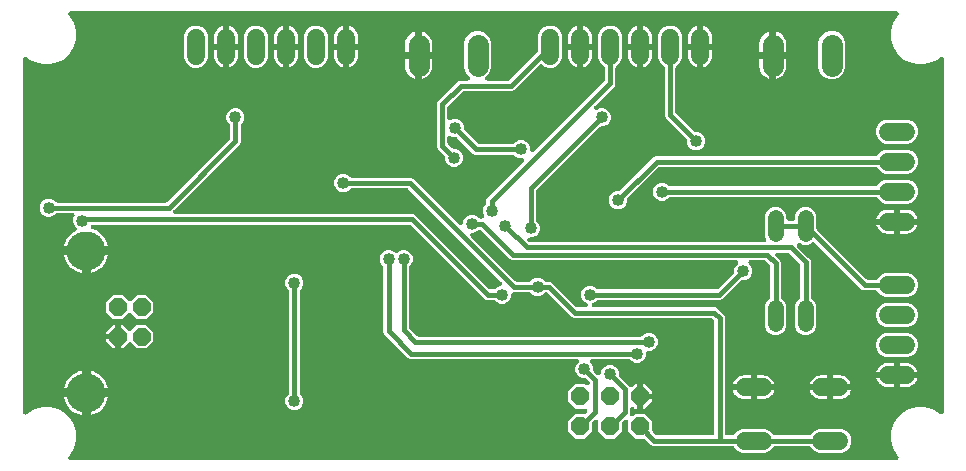
<source format=gbr>
G04 EAGLE Gerber RS-274X export*
G75*
%MOMM*%
%FSLAX34Y34*%
%LPD*%
%INBottom Copper*%
%IPPOS*%
%AMOC8*
5,1,8,0,0,1.08239X$1,22.5*%
G01*
%ADD10P,1.677704X8X22.500000*%
%ADD11P,1.578125X8X292.500000*%
%ADD12C,3.316000*%
%ADD13C,1.524000*%
%ADD14C,1.320800*%
%ADD15C,1.790700*%
%ADD16C,1.016000*%
%ADD17C,0.381000*%

G36*
X749692Y10164D02*
X749692Y10164D01*
X749726Y10162D01*
X749886Y10184D01*
X750047Y10201D01*
X750079Y10211D01*
X750112Y10215D01*
X750264Y10270D01*
X750419Y10319D01*
X750448Y10335D01*
X750479Y10346D01*
X750617Y10431D01*
X750758Y10510D01*
X750783Y10532D01*
X750812Y10549D01*
X750930Y10660D01*
X751052Y10766D01*
X751072Y10793D01*
X751096Y10815D01*
X751189Y10948D01*
X751287Y11077D01*
X751302Y11107D01*
X751321Y11134D01*
X751385Y11283D01*
X751454Y11429D01*
X751462Y11461D01*
X751475Y11492D01*
X751508Y11651D01*
X751546Y11808D01*
X751547Y11841D01*
X751554Y11874D01*
X751554Y12036D01*
X751559Y12198D01*
X751553Y12230D01*
X751553Y12264D01*
X751520Y12422D01*
X751492Y12582D01*
X751480Y12612D01*
X751473Y12645D01*
X751408Y12794D01*
X751349Y12944D01*
X751330Y12972D01*
X751317Y13002D01*
X751266Y13069D01*
X751134Y13269D01*
X751050Y13353D01*
X751006Y13412D01*
X749866Y14551D01*
X746554Y20288D01*
X744839Y26688D01*
X744839Y33312D01*
X746554Y39712D01*
X749866Y45449D01*
X754551Y50134D01*
X760288Y53446D01*
X766688Y55161D01*
X773312Y55161D01*
X779712Y53446D01*
X785449Y50134D01*
X786358Y49224D01*
X786384Y49203D01*
X786406Y49178D01*
X786535Y49081D01*
X786661Y48978D01*
X786690Y48963D01*
X786717Y48943D01*
X786863Y48873D01*
X787007Y48799D01*
X787039Y48790D01*
X787069Y48776D01*
X787226Y48738D01*
X787382Y48694D01*
X787416Y48692D01*
X787448Y48684D01*
X787610Y48679D01*
X787771Y48668D01*
X787804Y48672D01*
X787838Y48671D01*
X787997Y48699D01*
X788157Y48721D01*
X788189Y48732D01*
X788222Y48738D01*
X788372Y48797D01*
X788525Y48852D01*
X788553Y48869D01*
X788584Y48881D01*
X788719Y48970D01*
X788857Y49055D01*
X788882Y49077D01*
X788910Y49096D01*
X789024Y49210D01*
X789142Y49321D01*
X789161Y49348D01*
X789185Y49372D01*
X789273Y49507D01*
X789366Y49640D01*
X789380Y49670D01*
X789398Y49698D01*
X789457Y49849D01*
X789521Y49998D01*
X789528Y50030D01*
X789540Y50061D01*
X789551Y50144D01*
X789600Y50379D01*
X789599Y50498D01*
X789609Y50571D01*
X789609Y349429D01*
X789606Y349462D01*
X789608Y349496D01*
X789586Y349656D01*
X789569Y349817D01*
X789559Y349849D01*
X789555Y349882D01*
X789500Y350035D01*
X789451Y350189D01*
X789435Y350218D01*
X789424Y350249D01*
X789339Y350387D01*
X789260Y350528D01*
X789238Y350553D01*
X789221Y350582D01*
X789110Y350700D01*
X789004Y350822D01*
X788977Y350842D01*
X788955Y350866D01*
X788822Y350959D01*
X788693Y351057D01*
X788663Y351071D01*
X788636Y351091D01*
X788487Y351155D01*
X788341Y351224D01*
X788308Y351232D01*
X788278Y351245D01*
X788120Y351278D01*
X787962Y351316D01*
X787929Y351317D01*
X787896Y351324D01*
X787734Y351324D01*
X787572Y351329D01*
X787540Y351323D01*
X787506Y351323D01*
X787348Y351290D01*
X787188Y351262D01*
X787158Y351250D01*
X787125Y351243D01*
X786976Y351178D01*
X786826Y351119D01*
X786798Y351100D01*
X786768Y351087D01*
X786701Y351036D01*
X786501Y350904D01*
X786417Y350820D01*
X786358Y350776D01*
X785449Y349866D01*
X779712Y346554D01*
X773312Y344839D01*
X766688Y344839D01*
X760288Y346554D01*
X754551Y349866D01*
X749866Y354551D01*
X746554Y360288D01*
X744839Y366688D01*
X744839Y373312D01*
X746554Y379712D01*
X749866Y385449D01*
X751006Y386588D01*
X751027Y386614D01*
X751052Y386636D01*
X751150Y386765D01*
X751252Y386891D01*
X751267Y386920D01*
X751287Y386947D01*
X751357Y387093D01*
X751431Y387237D01*
X751440Y387269D01*
X751454Y387299D01*
X751492Y387456D01*
X751536Y387612D01*
X751538Y387646D01*
X751546Y387678D01*
X751551Y387840D01*
X751562Y388001D01*
X751558Y388034D01*
X751559Y388068D01*
X751531Y388227D01*
X751509Y388387D01*
X751498Y388419D01*
X751492Y388452D01*
X751433Y388602D01*
X751378Y388755D01*
X751361Y388783D01*
X751349Y388814D01*
X751260Y388949D01*
X751175Y389087D01*
X751153Y389112D01*
X751134Y389140D01*
X751019Y389254D01*
X750909Y389372D01*
X750882Y389391D01*
X750858Y389415D01*
X750722Y389503D01*
X750590Y389596D01*
X750560Y389610D01*
X750532Y389628D01*
X750381Y389687D01*
X750232Y389751D01*
X750200Y389758D01*
X750169Y389770D01*
X750086Y389781D01*
X749851Y389830D01*
X749732Y389829D01*
X749659Y389839D01*
X50341Y389839D01*
X50308Y389836D01*
X50274Y389838D01*
X50114Y389816D01*
X49953Y389799D01*
X49921Y389789D01*
X49888Y389785D01*
X49736Y389730D01*
X49581Y389681D01*
X49552Y389665D01*
X49521Y389654D01*
X49383Y389569D01*
X49242Y389490D01*
X49217Y389468D01*
X49188Y389451D01*
X49070Y389340D01*
X48948Y389234D01*
X48928Y389207D01*
X48904Y389185D01*
X48811Y389052D01*
X48713Y388923D01*
X48698Y388893D01*
X48679Y388866D01*
X48615Y388717D01*
X48546Y388571D01*
X48538Y388539D01*
X48525Y388508D01*
X48492Y388349D01*
X48454Y388192D01*
X48453Y388159D01*
X48446Y388126D01*
X48446Y387964D01*
X48441Y387802D01*
X48447Y387770D01*
X48447Y387736D01*
X48480Y387578D01*
X48508Y387418D01*
X48520Y387388D01*
X48527Y387355D01*
X48592Y387206D01*
X48651Y387056D01*
X48670Y387028D01*
X48683Y386998D01*
X48734Y386931D01*
X48866Y386731D01*
X48950Y386647D01*
X48994Y386588D01*
X50134Y385449D01*
X53446Y379712D01*
X55161Y373312D01*
X55161Y366688D01*
X53446Y360288D01*
X50134Y354551D01*
X45449Y349866D01*
X39712Y346554D01*
X33312Y344839D01*
X26688Y344839D01*
X20288Y346554D01*
X14551Y349866D01*
X13412Y351006D01*
X13386Y351027D01*
X13364Y351052D01*
X13235Y351150D01*
X13109Y351252D01*
X13080Y351267D01*
X13053Y351287D01*
X12907Y351357D01*
X12763Y351431D01*
X12731Y351440D01*
X12701Y351454D01*
X12544Y351492D01*
X12388Y351536D01*
X12354Y351538D01*
X12322Y351546D01*
X12160Y351551D01*
X11999Y351562D01*
X11966Y351558D01*
X11932Y351559D01*
X11773Y351531D01*
X11613Y351509D01*
X11581Y351498D01*
X11548Y351492D01*
X11398Y351433D01*
X11245Y351378D01*
X11217Y351361D01*
X11186Y351349D01*
X11051Y351260D01*
X10913Y351175D01*
X10888Y351153D01*
X10860Y351134D01*
X10746Y351019D01*
X10628Y350909D01*
X10609Y350882D01*
X10585Y350858D01*
X10497Y350722D01*
X10404Y350590D01*
X10390Y350560D01*
X10372Y350532D01*
X10313Y350381D01*
X10249Y350232D01*
X10242Y350200D01*
X10230Y350169D01*
X10219Y350086D01*
X10170Y349851D01*
X10171Y349732D01*
X10161Y349659D01*
X10161Y50341D01*
X10164Y50308D01*
X10162Y50274D01*
X10184Y50114D01*
X10201Y49953D01*
X10211Y49921D01*
X10215Y49888D01*
X10270Y49736D01*
X10319Y49581D01*
X10335Y49552D01*
X10346Y49521D01*
X10431Y49383D01*
X10510Y49242D01*
X10532Y49217D01*
X10549Y49188D01*
X10660Y49070D01*
X10766Y48948D01*
X10793Y48928D01*
X10815Y48904D01*
X10948Y48811D01*
X11077Y48713D01*
X11107Y48698D01*
X11134Y48679D01*
X11283Y48615D01*
X11429Y48546D01*
X11461Y48538D01*
X11492Y48525D01*
X11651Y48492D01*
X11808Y48454D01*
X11841Y48453D01*
X11874Y48446D01*
X12036Y48446D01*
X12198Y48441D01*
X12230Y48447D01*
X12264Y48447D01*
X12422Y48480D01*
X12582Y48508D01*
X12612Y48520D01*
X12645Y48527D01*
X12794Y48592D01*
X12944Y48651D01*
X12972Y48670D01*
X13002Y48683D01*
X13069Y48734D01*
X13269Y48866D01*
X13353Y48950D01*
X13412Y48994D01*
X14551Y50134D01*
X20288Y53446D01*
X26688Y55161D01*
X33312Y55161D01*
X39712Y53446D01*
X45449Y50134D01*
X50134Y45449D01*
X53446Y39712D01*
X55161Y33312D01*
X55161Y26688D01*
X53446Y20288D01*
X50134Y14551D01*
X48994Y13412D01*
X48973Y13386D01*
X48948Y13364D01*
X48850Y13235D01*
X48748Y13109D01*
X48733Y13080D01*
X48713Y13053D01*
X48643Y12907D01*
X48569Y12763D01*
X48560Y12731D01*
X48546Y12701D01*
X48508Y12544D01*
X48464Y12388D01*
X48462Y12354D01*
X48454Y12322D01*
X48449Y12160D01*
X48438Y11999D01*
X48442Y11966D01*
X48441Y11932D01*
X48469Y11773D01*
X48491Y11613D01*
X48502Y11581D01*
X48508Y11548D01*
X48567Y11398D01*
X48622Y11245D01*
X48639Y11217D01*
X48651Y11186D01*
X48740Y11051D01*
X48825Y10913D01*
X48847Y10888D01*
X48866Y10860D01*
X48981Y10746D01*
X49091Y10628D01*
X49118Y10609D01*
X49142Y10585D01*
X49278Y10497D01*
X49410Y10404D01*
X49440Y10390D01*
X49468Y10372D01*
X49619Y10313D01*
X49768Y10249D01*
X49800Y10242D01*
X49831Y10230D01*
X49914Y10219D01*
X50149Y10170D01*
X50268Y10171D01*
X50341Y10161D01*
X749659Y10161D01*
X749692Y10164D01*
G37*
%LPC*%
G36*
X619047Y16133D02*
X619047Y16133D01*
X615312Y17680D01*
X612454Y20538D01*
X612399Y20673D01*
X612359Y20746D01*
X612328Y20823D01*
X612267Y20917D01*
X612213Y21016D01*
X612160Y21079D01*
X612114Y21149D01*
X612035Y21228D01*
X611962Y21314D01*
X611897Y21365D01*
X611838Y21424D01*
X611744Y21485D01*
X611655Y21554D01*
X611581Y21591D01*
X611512Y21637D01*
X611407Y21678D01*
X611306Y21728D01*
X611226Y21749D01*
X611149Y21779D01*
X611068Y21790D01*
X610929Y21826D01*
X610728Y21836D01*
X610639Y21848D01*
X543822Y21848D01*
X542188Y22525D01*
X537161Y27552D01*
X537084Y27614D01*
X537013Y27685D01*
X536933Y27737D01*
X536859Y27797D01*
X536771Y27843D01*
X536687Y27898D01*
X536598Y27933D01*
X536513Y27977D01*
X536417Y28004D01*
X536324Y28040D01*
X536252Y28050D01*
X536137Y28082D01*
X535897Y28098D01*
X535815Y28109D01*
X528337Y28109D01*
X522309Y34137D01*
X522309Y42475D01*
X522306Y42508D01*
X522308Y42541D01*
X522286Y42702D01*
X522269Y42863D01*
X522259Y42894D01*
X522255Y42927D01*
X522200Y43080D01*
X522151Y43234D01*
X522135Y43263D01*
X522124Y43294D01*
X522039Y43433D01*
X521960Y43574D01*
X521938Y43599D01*
X521921Y43627D01*
X521810Y43745D01*
X521704Y43867D01*
X521677Y43887D01*
X521655Y43912D01*
X521522Y44005D01*
X521393Y44103D01*
X521363Y44117D01*
X521336Y44136D01*
X521187Y44200D01*
X521041Y44270D01*
X521008Y44278D01*
X520978Y44291D01*
X520820Y44323D01*
X520662Y44362D01*
X520629Y44363D01*
X520596Y44369D01*
X520434Y44369D01*
X520272Y44374D01*
X520240Y44369D01*
X520206Y44369D01*
X520048Y44335D01*
X519888Y44308D01*
X519858Y44295D01*
X519825Y44289D01*
X519676Y44224D01*
X519526Y44164D01*
X519498Y44146D01*
X519468Y44132D01*
X519401Y44082D01*
X519201Y43950D01*
X519117Y43866D01*
X519058Y43821D01*
X518048Y42811D01*
X517986Y42734D01*
X517915Y42663D01*
X517863Y42583D01*
X517802Y42509D01*
X517757Y42420D01*
X517702Y42337D01*
X517667Y42248D01*
X517623Y42163D01*
X517596Y42067D01*
X517560Y41974D01*
X517550Y41902D01*
X517518Y41787D01*
X517502Y41547D01*
X517491Y41465D01*
X517491Y34137D01*
X511463Y28109D01*
X502937Y28109D01*
X496909Y34137D01*
X496909Y42475D01*
X496906Y42508D01*
X496908Y42541D01*
X496886Y42702D01*
X496869Y42863D01*
X496859Y42894D01*
X496855Y42927D01*
X496800Y43080D01*
X496751Y43234D01*
X496735Y43263D01*
X496724Y43294D01*
X496639Y43433D01*
X496560Y43574D01*
X496538Y43599D01*
X496521Y43627D01*
X496410Y43745D01*
X496304Y43867D01*
X496277Y43887D01*
X496255Y43912D01*
X496122Y44005D01*
X495993Y44103D01*
X495963Y44117D01*
X495936Y44136D01*
X495787Y44200D01*
X495641Y44270D01*
X495608Y44278D01*
X495578Y44291D01*
X495420Y44323D01*
X495262Y44362D01*
X495229Y44363D01*
X495196Y44369D01*
X495034Y44369D01*
X494872Y44374D01*
X494840Y44369D01*
X494806Y44369D01*
X494648Y44335D01*
X494488Y44308D01*
X494458Y44295D01*
X494425Y44289D01*
X494276Y44224D01*
X494126Y44164D01*
X494098Y44146D01*
X494068Y44132D01*
X494001Y44082D01*
X493801Y43950D01*
X493717Y43866D01*
X493658Y43821D01*
X492648Y42811D01*
X492586Y42734D01*
X492515Y42663D01*
X492463Y42583D01*
X492402Y42509D01*
X492357Y42420D01*
X492302Y42337D01*
X492267Y42248D01*
X492223Y42163D01*
X492196Y42067D01*
X492160Y41974D01*
X492150Y41902D01*
X492118Y41787D01*
X492102Y41547D01*
X492091Y41465D01*
X492091Y34137D01*
X486063Y28109D01*
X477537Y28109D01*
X471509Y34137D01*
X471509Y42663D01*
X477537Y48691D01*
X485165Y48691D01*
X485264Y48701D01*
X485363Y48701D01*
X485457Y48721D01*
X485552Y48731D01*
X485647Y48761D01*
X485745Y48781D01*
X485833Y48820D01*
X485924Y48849D01*
X486011Y48897D01*
X486102Y48937D01*
X486160Y48982D01*
X486264Y49040D01*
X486445Y49198D01*
X486511Y49248D01*
X487521Y50258D01*
X487542Y50284D01*
X487567Y50306D01*
X487665Y50435D01*
X487767Y50561D01*
X487783Y50590D01*
X487803Y50617D01*
X487872Y50763D01*
X487947Y50907D01*
X487956Y50939D01*
X487970Y50969D01*
X488008Y51126D01*
X488052Y51282D01*
X488054Y51316D01*
X488062Y51348D01*
X488067Y51510D01*
X488078Y51671D01*
X488073Y51704D01*
X488074Y51738D01*
X488047Y51896D01*
X488025Y52057D01*
X488013Y52089D01*
X488008Y52122D01*
X487948Y52272D01*
X487894Y52425D01*
X487876Y52453D01*
X487864Y52484D01*
X487775Y52619D01*
X487691Y52757D01*
X487668Y52782D01*
X487650Y52810D01*
X487535Y52924D01*
X487424Y53042D01*
X487397Y53061D01*
X487374Y53085D01*
X487238Y53173D01*
X487106Y53266D01*
X487075Y53280D01*
X487047Y53298D01*
X486897Y53357D01*
X486748Y53421D01*
X486715Y53428D01*
X486684Y53440D01*
X486602Y53451D01*
X486366Y53500D01*
X486247Y53499D01*
X486175Y53509D01*
X477537Y53509D01*
X471509Y59537D01*
X471509Y68063D01*
X477537Y74091D01*
X486063Y74091D01*
X486653Y73500D01*
X486679Y73479D01*
X486701Y73454D01*
X486830Y73356D01*
X486956Y73254D01*
X486985Y73239D01*
X487012Y73218D01*
X487158Y73149D01*
X487302Y73075D01*
X487334Y73066D01*
X487364Y73051D01*
X487521Y73013D01*
X487677Y72970D01*
X487711Y72967D01*
X487743Y72959D01*
X487905Y72954D01*
X488066Y72943D01*
X488099Y72948D01*
X488133Y72947D01*
X488292Y72974D01*
X488452Y72997D01*
X488484Y73008D01*
X488517Y73013D01*
X488667Y73073D01*
X488820Y73127D01*
X488848Y73145D01*
X488879Y73157D01*
X489014Y73246D01*
X489152Y73330D01*
X489177Y73353D01*
X489205Y73371D01*
X489319Y73486D01*
X489437Y73597D01*
X489456Y73624D01*
X489480Y73648D01*
X489568Y73783D01*
X489661Y73915D01*
X489675Y73946D01*
X489693Y73974D01*
X489752Y74124D01*
X489816Y74273D01*
X489823Y74306D01*
X489835Y74337D01*
X489846Y74419D01*
X489895Y74655D01*
X489894Y74774D01*
X489904Y74846D01*
X489904Y75220D01*
X489894Y75319D01*
X489894Y75418D01*
X489874Y75512D01*
X489864Y75607D01*
X489834Y75702D01*
X489814Y75800D01*
X489775Y75888D01*
X489746Y75979D01*
X489697Y76066D01*
X489658Y76157D01*
X489613Y76215D01*
X489555Y76319D01*
X489397Y76500D01*
X489347Y76566D01*
X487366Y78547D01*
X487289Y78609D01*
X487218Y78680D01*
X487138Y78732D01*
X487064Y78792D01*
X486976Y78838D01*
X486892Y78893D01*
X486803Y78928D01*
X486718Y78972D01*
X486622Y78999D01*
X486529Y79035D01*
X486457Y79045D01*
X486342Y79077D01*
X486102Y79093D01*
X486020Y79104D01*
X483959Y79104D01*
X481158Y80264D01*
X479014Y82408D01*
X477854Y85209D01*
X477854Y88241D01*
X479014Y91042D01*
X480276Y92303D01*
X480297Y92329D01*
X480322Y92351D01*
X480420Y92480D01*
X480522Y92606D01*
X480537Y92635D01*
X480558Y92662D01*
X480627Y92808D01*
X480701Y92952D01*
X480710Y92984D01*
X480725Y93014D01*
X480763Y93171D01*
X480806Y93327D01*
X480809Y93361D01*
X480816Y93393D01*
X480822Y93555D01*
X480833Y93716D01*
X480828Y93749D01*
X480829Y93783D01*
X480802Y93942D01*
X480779Y94102D01*
X480768Y94134D01*
X480763Y94167D01*
X480703Y94317D01*
X480649Y94470D01*
X480631Y94498D01*
X480619Y94529D01*
X480530Y94664D01*
X480446Y94802D01*
X480423Y94827D01*
X480405Y94855D01*
X480290Y94969D01*
X480179Y95087D01*
X480152Y95106D01*
X480128Y95130D01*
X479993Y95218D01*
X479860Y95311D01*
X479830Y95325D01*
X479802Y95343D01*
X479651Y95402D01*
X479503Y95466D01*
X479470Y95473D01*
X479439Y95485D01*
X479357Y95496D01*
X479121Y95545D01*
X479002Y95544D01*
X478930Y95554D01*
X337802Y95554D01*
X336168Y96231D01*
X315881Y116518D01*
X315204Y118152D01*
X315204Y172880D01*
X315194Y172979D01*
X315194Y173078D01*
X315174Y173172D01*
X315164Y173267D01*
X315134Y173362D01*
X315114Y173460D01*
X315075Y173547D01*
X315046Y173639D01*
X314997Y173726D01*
X314958Y173817D01*
X314913Y173875D01*
X314855Y173979D01*
X314697Y174160D01*
X314647Y174226D01*
X313189Y175683D01*
X312029Y178484D01*
X312029Y181516D01*
X313189Y184317D01*
X315333Y186461D01*
X318134Y187621D01*
X321166Y187621D01*
X323967Y186461D01*
X324654Y185774D01*
X324705Y185732D01*
X324751Y185683D01*
X324856Y185609D01*
X324956Y185528D01*
X325015Y185497D01*
X325069Y185459D01*
X325188Y185408D01*
X325302Y185349D01*
X325366Y185331D01*
X325427Y185304D01*
X325553Y185278D01*
X325677Y185244D01*
X325744Y185239D01*
X325809Y185226D01*
X325938Y185226D01*
X326066Y185217D01*
X326132Y185226D01*
X326199Y185226D01*
X326325Y185253D01*
X326452Y185271D01*
X326515Y185293D01*
X326580Y185307D01*
X326698Y185358D01*
X326820Y185402D01*
X326876Y185436D01*
X326937Y185463D01*
X327007Y185516D01*
X327152Y185604D01*
X327277Y185721D01*
X327347Y185774D01*
X328033Y186461D01*
X330834Y187621D01*
X333866Y187621D01*
X336667Y186461D01*
X338811Y184317D01*
X339971Y181516D01*
X339971Y178484D01*
X338811Y175683D01*
X337353Y174226D01*
X337291Y174149D01*
X337220Y174078D01*
X337168Y173998D01*
X337108Y173924D01*
X337062Y173835D01*
X337007Y173752D01*
X336972Y173663D01*
X336928Y173578D01*
X336901Y173482D01*
X336865Y173389D01*
X336855Y173317D01*
X336823Y173202D01*
X336807Y172962D01*
X336796Y172880D01*
X336796Y122630D01*
X336806Y122531D01*
X336806Y122432D01*
X336826Y122338D01*
X336836Y122243D01*
X336866Y122148D01*
X336886Y122050D01*
X336925Y121962D01*
X336954Y121871D01*
X337003Y121784D01*
X337042Y121693D01*
X337087Y121635D01*
X337145Y121531D01*
X337303Y121350D01*
X337353Y121284D01*
X343634Y115003D01*
X343711Y114941D01*
X343782Y114870D01*
X343862Y114818D01*
X343936Y114758D01*
X344024Y114712D01*
X344108Y114657D01*
X344197Y114622D01*
X344282Y114578D01*
X344378Y114551D01*
X344471Y114515D01*
X344543Y114505D01*
X344658Y114473D01*
X344898Y114457D01*
X344980Y114446D01*
X532880Y114446D01*
X532979Y114456D01*
X533078Y114456D01*
X533172Y114476D01*
X533267Y114486D01*
X533362Y114516D01*
X533460Y114536D01*
X533547Y114575D01*
X533639Y114604D01*
X533726Y114653D01*
X533817Y114692D01*
X533875Y114737D01*
X533979Y114795D01*
X534160Y114953D01*
X534226Y115003D01*
X535683Y116461D01*
X538484Y117621D01*
X541516Y117621D01*
X544317Y116461D01*
X546461Y114317D01*
X547621Y111516D01*
X547621Y108484D01*
X546461Y105683D01*
X544317Y103539D01*
X541516Y102379D01*
X539525Y102379D01*
X539459Y102372D01*
X539392Y102375D01*
X539265Y102353D01*
X539137Y102339D01*
X539074Y102319D01*
X539008Y102308D01*
X538889Y102260D01*
X538766Y102221D01*
X538708Y102189D01*
X538646Y102164D01*
X538539Y102093D01*
X538426Y102030D01*
X538376Y101986D01*
X538320Y101950D01*
X538229Y101859D01*
X538132Y101774D01*
X538092Y101721D01*
X538045Y101674D01*
X537975Y101566D01*
X537897Y101463D01*
X537869Y101403D01*
X537832Y101347D01*
X537785Y101227D01*
X537730Y101111D01*
X537714Y101046D01*
X537690Y100984D01*
X537678Y100898D01*
X537638Y100732D01*
X537633Y100562D01*
X537621Y100475D01*
X537621Y98484D01*
X536461Y95683D01*
X534317Y93539D01*
X531516Y92379D01*
X528484Y92379D01*
X525683Y93539D01*
X524226Y94997D01*
X524149Y95059D01*
X524078Y95130D01*
X523998Y95182D01*
X523924Y95242D01*
X523835Y95288D01*
X523752Y95343D01*
X523663Y95378D01*
X523578Y95422D01*
X523482Y95449D01*
X523389Y95485D01*
X523317Y95495D01*
X523202Y95527D01*
X522962Y95543D01*
X522880Y95554D01*
X492020Y95554D01*
X491987Y95551D01*
X491954Y95553D01*
X491794Y95531D01*
X491633Y95514D01*
X491601Y95504D01*
X491568Y95500D01*
X491415Y95445D01*
X491261Y95396D01*
X491232Y95380D01*
X491201Y95369D01*
X491062Y95284D01*
X490921Y95205D01*
X490896Y95183D01*
X490868Y95166D01*
X490750Y95055D01*
X490628Y94949D01*
X490608Y94922D01*
X490583Y94900D01*
X490490Y94767D01*
X490392Y94638D01*
X490378Y94608D01*
X490359Y94581D01*
X490295Y94432D01*
X490225Y94286D01*
X490218Y94254D01*
X490204Y94223D01*
X490172Y94064D01*
X490134Y93907D01*
X490132Y93874D01*
X490126Y93841D01*
X490126Y93679D01*
X490121Y93517D01*
X490126Y93485D01*
X490126Y93451D01*
X490160Y93293D01*
X490187Y93133D01*
X490200Y93103D01*
X490207Y93070D01*
X490272Y92921D01*
X490331Y92771D01*
X490349Y92743D01*
X490363Y92713D01*
X490413Y92646D01*
X490545Y92446D01*
X490630Y92362D01*
X490674Y92303D01*
X491936Y91042D01*
X493096Y88241D01*
X493096Y86180D01*
X493106Y86081D01*
X493106Y85982D01*
X493126Y85888D01*
X493136Y85793D01*
X493166Y85698D01*
X493186Y85600D01*
X493225Y85512D01*
X493254Y85421D01*
X493302Y85334D01*
X493342Y85243D01*
X493387Y85185D01*
X493445Y85081D01*
X493603Y84900D01*
X493653Y84834D01*
X496178Y82309D01*
X496204Y82288D01*
X496226Y82263D01*
X496355Y82165D01*
X496481Y82063D01*
X496510Y82047D01*
X496537Y82027D01*
X496683Y81958D01*
X496827Y81883D01*
X496859Y81875D01*
X496889Y81860D01*
X497046Y81822D01*
X497202Y81778D01*
X497236Y81776D01*
X497268Y81768D01*
X497430Y81763D01*
X497591Y81752D01*
X497624Y81757D01*
X497658Y81756D01*
X497817Y81783D01*
X497977Y81805D01*
X498009Y81817D01*
X498042Y81822D01*
X498192Y81882D01*
X498345Y81936D01*
X498373Y81954D01*
X498404Y81966D01*
X498539Y82055D01*
X498677Y82139D01*
X498702Y82162D01*
X498730Y82180D01*
X498844Y82295D01*
X498962Y82406D01*
X498981Y82433D01*
X499005Y82456D01*
X499093Y82592D01*
X499186Y82724D01*
X499199Y82755D01*
X499218Y82783D01*
X499277Y82934D01*
X499341Y83082D01*
X499348Y83115D01*
X499360Y83146D01*
X499371Y83228D01*
X499420Y83464D01*
X499419Y83583D01*
X499429Y83655D01*
X499429Y84066D01*
X500589Y86867D01*
X502733Y89011D01*
X505534Y90171D01*
X508566Y90171D01*
X511367Y89011D01*
X513511Y86867D01*
X514671Y84066D01*
X514671Y82005D01*
X514681Y81906D01*
X514681Y81807D01*
X514701Y81713D01*
X514711Y81618D01*
X514741Y81523D01*
X514761Y81425D01*
X514800Y81337D01*
X514829Y81246D01*
X514878Y81159D01*
X514917Y81068D01*
X514962Y81010D01*
X515020Y80906D01*
X515178Y80725D01*
X515228Y80659D01*
X523720Y72167D01*
X523772Y72125D01*
X523817Y72076D01*
X523923Y72002D01*
X524023Y71921D01*
X524082Y71890D01*
X524136Y71852D01*
X524255Y71801D01*
X524369Y71742D01*
X524433Y71724D01*
X524494Y71697D01*
X524620Y71671D01*
X524744Y71637D01*
X524811Y71632D01*
X524876Y71619D01*
X525005Y71619D01*
X525133Y71610D01*
X525199Y71619D01*
X525266Y71619D01*
X525392Y71646D01*
X525519Y71664D01*
X525582Y71686D01*
X525647Y71700D01*
X525765Y71751D01*
X525887Y71794D01*
X525943Y71829D01*
X526004Y71856D01*
X526074Y71909D01*
X526219Y71997D01*
X526344Y72114D01*
X526414Y72167D01*
X528337Y74091D01*
X530226Y74091D01*
X530226Y64270D01*
X530233Y64204D01*
X530230Y64138D01*
X530252Y64011D01*
X530266Y63882D01*
X530286Y63819D01*
X530289Y63798D01*
X530283Y63752D01*
X530243Y63587D01*
X530238Y63417D01*
X530226Y63330D01*
X530226Y53509D01*
X528337Y53509D01*
X527447Y54400D01*
X527421Y54421D01*
X527399Y54446D01*
X527270Y54544D01*
X527144Y54646D01*
X527115Y54661D01*
X527088Y54682D01*
X526942Y54751D01*
X526798Y54825D01*
X526766Y54834D01*
X526736Y54849D01*
X526579Y54887D01*
X526423Y54930D01*
X526389Y54933D01*
X526357Y54941D01*
X526195Y54946D01*
X526034Y54957D01*
X526001Y54952D01*
X525967Y54953D01*
X525808Y54926D01*
X525648Y54903D01*
X525616Y54892D01*
X525583Y54887D01*
X525433Y54827D01*
X525280Y54773D01*
X525252Y54755D01*
X525221Y54743D01*
X525086Y54654D01*
X524948Y54570D01*
X524923Y54547D01*
X524895Y54529D01*
X524781Y54414D01*
X524663Y54303D01*
X524644Y54276D01*
X524620Y54252D01*
X524532Y54117D01*
X524439Y53985D01*
X524425Y53954D01*
X524407Y53926D01*
X524348Y53776D01*
X524284Y53627D01*
X524277Y53594D01*
X524265Y53563D01*
X524254Y53481D01*
X524205Y53245D01*
X524206Y53126D01*
X524196Y53054D01*
X524196Y49916D01*
X524064Y49599D01*
X524060Y49583D01*
X524052Y49568D01*
X524004Y49396D01*
X523953Y49225D01*
X523952Y49209D01*
X523947Y49193D01*
X523935Y49015D01*
X523920Y48837D01*
X523922Y48820D01*
X523921Y48804D01*
X523945Y48627D01*
X523966Y48450D01*
X523972Y48434D01*
X523974Y48418D01*
X524034Y48250D01*
X524091Y48081D01*
X524099Y48066D01*
X524105Y48050D01*
X524198Y47898D01*
X524288Y47744D01*
X524299Y47732D01*
X524308Y47718D01*
X524430Y47587D01*
X524549Y47455D01*
X524563Y47445D01*
X524574Y47433D01*
X524720Y47330D01*
X524864Y47225D01*
X524879Y47218D01*
X524893Y47209D01*
X525057Y47138D01*
X525219Y47064D01*
X525236Y47061D01*
X525251Y47054D01*
X525426Y47018D01*
X525600Y46979D01*
X525616Y46979D01*
X525633Y46975D01*
X525812Y46976D01*
X525989Y46973D01*
X526006Y46976D01*
X526022Y46976D01*
X526198Y47013D01*
X526372Y47046D01*
X526387Y47053D01*
X526404Y47056D01*
X526567Y47128D01*
X526732Y47196D01*
X526746Y47206D01*
X526761Y47212D01*
X526810Y47250D01*
X527054Y47416D01*
X527120Y47486D01*
X527170Y47524D01*
X528337Y48691D01*
X536863Y48691D01*
X542891Y42663D01*
X542891Y35185D01*
X542901Y35086D01*
X542901Y34987D01*
X542921Y34893D01*
X542931Y34798D01*
X542961Y34703D01*
X542981Y34605D01*
X543020Y34517D01*
X543049Y34426D01*
X543098Y34339D01*
X543137Y34248D01*
X543182Y34190D01*
X543240Y34086D01*
X543398Y33905D01*
X543448Y33839D01*
X545990Y31297D01*
X546067Y31235D01*
X546138Y31164D01*
X546218Y31112D01*
X546292Y31052D01*
X546380Y31006D01*
X546464Y30951D01*
X546553Y30916D01*
X546638Y30872D01*
X546734Y30845D01*
X546827Y30809D01*
X546899Y30799D01*
X547014Y30767D01*
X547254Y30751D01*
X547336Y30740D01*
X593650Y30740D01*
X593716Y30747D01*
X593783Y30744D01*
X593910Y30766D01*
X594038Y30780D01*
X594101Y30800D01*
X594167Y30811D01*
X594286Y30859D01*
X594409Y30898D01*
X594467Y30930D01*
X594529Y30955D01*
X594636Y31026D01*
X594749Y31089D01*
X594799Y31133D01*
X594855Y31169D01*
X594946Y31260D01*
X595043Y31345D01*
X595083Y31398D01*
X595130Y31445D01*
X595200Y31553D01*
X595278Y31656D01*
X595306Y31716D01*
X595343Y31772D01*
X595390Y31892D01*
X595445Y32008D01*
X595461Y32073D01*
X595485Y32135D01*
X595497Y32221D01*
X595537Y32387D01*
X595542Y32557D01*
X595554Y32644D01*
X595554Y127370D01*
X595544Y127469D01*
X595544Y127568D01*
X595524Y127662D01*
X595514Y127757D01*
X595484Y127852D01*
X595464Y127950D01*
X595425Y128038D01*
X595396Y128129D01*
X595347Y128216D01*
X595308Y128307D01*
X595263Y128365D01*
X595205Y128469D01*
X595047Y128650D01*
X594997Y128716D01*
X593941Y129772D01*
X593864Y129834D01*
X593793Y129905D01*
X593713Y129957D01*
X593639Y130017D01*
X593551Y130063D01*
X593467Y130118D01*
X593378Y130153D01*
X593293Y130197D01*
X593197Y130224D01*
X593104Y130260D01*
X593032Y130270D01*
X592917Y130302D01*
X592677Y130318D01*
X592595Y130329D01*
X476481Y130329D01*
X474847Y131006D01*
X454486Y151367D01*
X454409Y151429D01*
X454338Y151500D01*
X454258Y151552D01*
X454184Y151612D01*
X454096Y151658D01*
X454012Y151713D01*
X453923Y151748D01*
X453838Y151792D01*
X453742Y151819D01*
X453649Y151855D01*
X453577Y151865D01*
X453462Y151897D01*
X453222Y151913D01*
X453140Y151924D01*
X452890Y151924D01*
X452791Y151914D01*
X452692Y151914D01*
X452598Y151894D01*
X452503Y151884D01*
X452408Y151854D01*
X452310Y151834D01*
X452223Y151795D01*
X452131Y151766D01*
X452044Y151717D01*
X451953Y151678D01*
X451895Y151633D01*
X451791Y151575D01*
X451610Y151417D01*
X451544Y151367D01*
X450087Y149909D01*
X447286Y148749D01*
X444254Y148749D01*
X441453Y149909D01*
X439996Y151367D01*
X439919Y151429D01*
X439848Y151500D01*
X439768Y151552D01*
X439694Y151612D01*
X439605Y151658D01*
X439522Y151713D01*
X439433Y151748D01*
X439348Y151792D01*
X439252Y151819D01*
X439159Y151855D01*
X439087Y151865D01*
X438972Y151897D01*
X438732Y151913D01*
X438650Y151924D01*
X425450Y151924D01*
X425384Y151917D01*
X425317Y151920D01*
X425190Y151898D01*
X425062Y151884D01*
X424999Y151864D01*
X424933Y151853D01*
X424814Y151805D01*
X424691Y151766D01*
X424633Y151734D01*
X424571Y151709D01*
X424464Y151638D01*
X424351Y151575D01*
X424301Y151531D01*
X424245Y151495D01*
X424154Y151404D01*
X424057Y151319D01*
X424017Y151266D01*
X423970Y151219D01*
X423900Y151111D01*
X423822Y151008D01*
X423794Y150948D01*
X423757Y150892D01*
X423710Y150772D01*
X423655Y150656D01*
X423639Y150591D01*
X423615Y150529D01*
X423603Y150443D01*
X423563Y150277D01*
X423558Y150107D01*
X423546Y150020D01*
X423546Y148534D01*
X422386Y145733D01*
X420242Y143589D01*
X417441Y142429D01*
X414409Y142429D01*
X411608Y143589D01*
X410151Y145047D01*
X410074Y145109D01*
X410003Y145180D01*
X409923Y145232D01*
X409849Y145292D01*
X409760Y145338D01*
X409677Y145393D01*
X409588Y145428D01*
X409503Y145472D01*
X409407Y145499D01*
X409314Y145535D01*
X409242Y145545D01*
X409127Y145577D01*
X408887Y145593D01*
X408805Y145604D01*
X402536Y145604D01*
X400902Y146281D01*
X399384Y147799D01*
X399384Y147800D01*
X338462Y208722D01*
X338385Y208784D01*
X338314Y208855D01*
X338234Y208907D01*
X338159Y208967D01*
X338071Y209013D01*
X337988Y209068D01*
X337898Y209103D01*
X337813Y209147D01*
X337717Y209174D01*
X337625Y209210D01*
X337552Y209220D01*
X337438Y209252D01*
X337198Y209268D01*
X337115Y209279D01*
X69440Y209279D01*
X69300Y209265D01*
X69159Y209258D01*
X69106Y209245D01*
X69052Y209239D01*
X68918Y209197D01*
X68781Y209162D01*
X68732Y209138D01*
X68681Y209121D01*
X68558Y209052D01*
X68431Y208990D01*
X68388Y208957D01*
X68341Y208930D01*
X68235Y208837D01*
X68123Y208751D01*
X68088Y208709D01*
X68048Y208674D01*
X67962Y208561D01*
X67871Y208454D01*
X67845Y208406D01*
X67812Y208363D01*
X67752Y208235D01*
X67684Y208112D01*
X67668Y208060D01*
X67645Y208011D01*
X67612Y207874D01*
X67571Y207739D01*
X67566Y207685D01*
X67553Y207632D01*
X67549Y207491D01*
X67536Y207350D01*
X67542Y207297D01*
X67540Y207242D01*
X67565Y207104D01*
X67581Y206963D01*
X67598Y206912D01*
X67607Y206858D01*
X67659Y206727D01*
X67704Y206593D01*
X67731Y206546D01*
X67751Y206496D01*
X67828Y206378D01*
X67899Y206256D01*
X67935Y206216D01*
X67965Y206171D01*
X68065Y206071D01*
X68159Y205966D01*
X68203Y205934D01*
X68241Y205895D01*
X68360Y205818D01*
X68473Y205735D01*
X68514Y205717D01*
X68568Y205682D01*
X68931Y205540D01*
X68939Y205539D01*
X68947Y205536D01*
X69659Y205345D01*
X71975Y204386D01*
X74146Y203132D01*
X76134Y201606D01*
X77906Y199834D01*
X79432Y197846D01*
X80686Y195675D01*
X81645Y193359D01*
X82275Y191009D01*
X65405Y191009D01*
X65339Y191002D01*
X65273Y191005D01*
X65146Y190982D01*
X65017Y190969D01*
X64954Y190949D01*
X64889Y190938D01*
X64769Y190890D01*
X64646Y190851D01*
X64588Y190819D01*
X64526Y190794D01*
X64419Y190723D01*
X64306Y190660D01*
X64256Y190616D01*
X64201Y190580D01*
X64110Y190488D01*
X64013Y190404D01*
X63973Y190351D01*
X63926Y190304D01*
X63855Y190196D01*
X63777Y190093D01*
X63749Y190033D01*
X63712Y189977D01*
X63665Y189857D01*
X63610Y189741D01*
X63595Y189676D01*
X63570Y189614D01*
X63558Y189527D01*
X63518Y189362D01*
X63513Y189192D01*
X63501Y189105D01*
X63501Y187199D01*
X63499Y187199D01*
X63499Y189105D01*
X63492Y189171D01*
X63494Y189237D01*
X63472Y189364D01*
X63459Y189493D01*
X63439Y189556D01*
X63428Y189622D01*
X63380Y189741D01*
X63341Y189864D01*
X63309Y189922D01*
X63284Y189984D01*
X63213Y190091D01*
X63150Y190204D01*
X63106Y190254D01*
X63070Y190309D01*
X62978Y190400D01*
X62894Y190498D01*
X62841Y190538D01*
X62794Y190585D01*
X62686Y190655D01*
X62583Y190733D01*
X62523Y190761D01*
X62467Y190798D01*
X62347Y190845D01*
X62231Y190900D01*
X62166Y190916D01*
X62104Y190940D01*
X62017Y190952D01*
X61852Y190992D01*
X61682Y190997D01*
X61595Y191009D01*
X44725Y191009D01*
X45355Y193359D01*
X46314Y195675D01*
X47568Y197846D01*
X49094Y199834D01*
X50866Y201606D01*
X52854Y203132D01*
X54690Y204192D01*
X54788Y204263D01*
X54891Y204326D01*
X54945Y204377D01*
X55006Y204421D01*
X55087Y204510D01*
X55175Y204592D01*
X55218Y204653D01*
X55269Y204709D01*
X55330Y204812D01*
X55399Y204911D01*
X55429Y204980D01*
X55467Y205044D01*
X55506Y205158D01*
X55554Y205269D01*
X55569Y205342D01*
X55594Y205413D01*
X55608Y205532D01*
X55633Y205650D01*
X55633Y205725D01*
X55642Y205800D01*
X55632Y205920D01*
X55632Y206040D01*
X55617Y206114D01*
X55611Y206188D01*
X55577Y206304D01*
X55552Y206422D01*
X55522Y206490D01*
X55501Y206562D01*
X55444Y206669D01*
X55396Y206779D01*
X55360Y206826D01*
X55317Y206906D01*
X55115Y207147D01*
X55085Y207188D01*
X53864Y208408D01*
X52704Y211209D01*
X52704Y214241D01*
X53616Y216441D01*
X53630Y216489D01*
X53651Y216534D01*
X53686Y216676D01*
X53727Y216815D01*
X53731Y216864D01*
X53743Y216913D01*
X53748Y217058D01*
X53760Y217203D01*
X53754Y217253D01*
X53756Y217303D01*
X53731Y217446D01*
X53714Y217590D01*
X53698Y217637D01*
X53689Y217687D01*
X53636Y217822D01*
X53589Y217960D01*
X53564Y218003D01*
X53546Y218049D01*
X53466Y218170D01*
X53392Y218296D01*
X53359Y218333D01*
X53331Y218375D01*
X53228Y218477D01*
X53131Y218585D01*
X53091Y218614D01*
X53055Y218650D01*
X52933Y218729D01*
X52816Y218815D01*
X52771Y218835D01*
X52729Y218863D01*
X52593Y218916D01*
X52461Y218976D01*
X52412Y218987D01*
X52366Y219005D01*
X52277Y219017D01*
X52081Y219061D01*
X51937Y219063D01*
X51856Y219074D01*
X38870Y219074D01*
X38771Y219064D01*
X38672Y219064D01*
X38578Y219044D01*
X38483Y219034D01*
X38388Y219004D01*
X38290Y218984D01*
X38203Y218945D01*
X38111Y218916D01*
X38024Y218867D01*
X37933Y218828D01*
X37875Y218783D01*
X37771Y218725D01*
X37590Y218567D01*
X37524Y218517D01*
X36067Y217059D01*
X33266Y215899D01*
X30234Y215899D01*
X27433Y217059D01*
X25289Y219203D01*
X24129Y222004D01*
X24129Y225036D01*
X25289Y227837D01*
X27433Y229981D01*
X30234Y231141D01*
X33266Y231141D01*
X36067Y229981D01*
X37524Y228523D01*
X37601Y228461D01*
X37672Y228390D01*
X37752Y228338D01*
X37826Y228278D01*
X37915Y228232D01*
X37998Y228177D01*
X38087Y228142D01*
X38172Y228098D01*
X38268Y228071D01*
X38361Y228035D01*
X38433Y228025D01*
X38548Y227993D01*
X38788Y227977D01*
X38870Y227966D01*
X130890Y227966D01*
X130989Y227976D01*
X131088Y227976D01*
X131182Y227996D01*
X131277Y228006D01*
X131372Y228036D01*
X131470Y228056D01*
X131558Y228095D01*
X131649Y228124D01*
X131736Y228173D01*
X131827Y228212D01*
X131885Y228257D01*
X131989Y228315D01*
X132170Y228473D01*
X132236Y228523D01*
X184997Y281284D01*
X185059Y281361D01*
X185130Y281432D01*
X185182Y281512D01*
X185242Y281586D01*
X185288Y281674D01*
X185343Y281758D01*
X185378Y281847D01*
X185422Y281932D01*
X185449Y282028D01*
X185485Y282121D01*
X185495Y282193D01*
X185527Y282308D01*
X185543Y282548D01*
X185554Y282630D01*
X185554Y292880D01*
X185544Y292979D01*
X185544Y293078D01*
X185524Y293172D01*
X185514Y293267D01*
X185484Y293362D01*
X185464Y293460D01*
X185425Y293547D01*
X185396Y293639D01*
X185347Y293726D01*
X185308Y293817D01*
X185263Y293875D01*
X185205Y293979D01*
X185047Y294160D01*
X184997Y294226D01*
X183539Y295683D01*
X182379Y298484D01*
X182379Y301516D01*
X183539Y304317D01*
X185683Y306461D01*
X188484Y307621D01*
X191516Y307621D01*
X194317Y306461D01*
X196461Y304317D01*
X197621Y301516D01*
X197621Y298484D01*
X196461Y295683D01*
X195003Y294226D01*
X194941Y294149D01*
X194870Y294078D01*
X194818Y293998D01*
X194758Y293924D01*
X194712Y293835D01*
X194657Y293752D01*
X194622Y293663D01*
X194578Y293578D01*
X194551Y293482D01*
X194515Y293389D01*
X194505Y293317D01*
X194473Y293202D01*
X194457Y292962D01*
X194446Y292880D01*
X194446Y279116D01*
X193769Y277482D01*
X137709Y221421D01*
X137688Y221396D01*
X137663Y221374D01*
X137565Y221245D01*
X137463Y221119D01*
X137447Y221090D01*
X137427Y221063D01*
X137358Y220917D01*
X137283Y220773D01*
X137275Y220741D01*
X137260Y220711D01*
X137222Y220554D01*
X137178Y220398D01*
X137176Y220364D01*
X137168Y220332D01*
X137163Y220170D01*
X137152Y220009D01*
X137157Y219976D01*
X137156Y219942D01*
X137183Y219783D01*
X137205Y219623D01*
X137217Y219591D01*
X137222Y219558D01*
X137282Y219408D01*
X137336Y219255D01*
X137354Y219227D01*
X137366Y219196D01*
X137455Y219061D01*
X137539Y218923D01*
X137562Y218898D01*
X137580Y218870D01*
X137695Y218756D01*
X137806Y218638D01*
X137833Y218619D01*
X137856Y218595D01*
X137992Y218507D01*
X138124Y218414D01*
X138155Y218401D01*
X138183Y218382D01*
X138334Y218323D01*
X138482Y218259D01*
X138515Y218252D01*
X138546Y218240D01*
X138628Y218229D01*
X138864Y218180D01*
X138983Y218181D01*
X139055Y218171D01*
X340630Y218171D01*
X342264Y217494D01*
X343782Y215976D01*
X343782Y215975D01*
X404704Y155053D01*
X404781Y154991D01*
X404852Y154920D01*
X404932Y154868D01*
X405007Y154808D01*
X405095Y154762D01*
X405178Y154707D01*
X405268Y154672D01*
X405353Y154628D01*
X405449Y154601D01*
X405541Y154565D01*
X405614Y154555D01*
X405728Y154523D01*
X405968Y154507D01*
X406051Y154496D01*
X408805Y154496D01*
X408904Y154506D01*
X409003Y154506D01*
X409097Y154526D01*
X409192Y154536D01*
X409287Y154566D01*
X409385Y154586D01*
X409473Y154625D01*
X409564Y154654D01*
X409651Y154702D01*
X409742Y154742D01*
X409800Y154787D01*
X409904Y154845D01*
X410085Y155003D01*
X410151Y155053D01*
X411608Y156511D01*
X414444Y157685D01*
X414488Y157709D01*
X414535Y157726D01*
X414659Y157801D01*
X414787Y157870D01*
X414825Y157903D01*
X414868Y157929D01*
X414974Y158028D01*
X415085Y158122D01*
X415116Y158161D01*
X415152Y158195D01*
X415236Y158314D01*
X415326Y158428D01*
X415348Y158473D01*
X415377Y158514D01*
X415434Y158647D01*
X415499Y158777D01*
X415511Y158826D01*
X415531Y158871D01*
X415561Y159014D01*
X415597Y159155D01*
X415600Y159204D01*
X415610Y159253D01*
X415610Y159399D01*
X415617Y159544D01*
X415609Y159593D01*
X415609Y159643D01*
X415579Y159785D01*
X415557Y159929D01*
X415539Y159976D01*
X415529Y160025D01*
X415471Y160158D01*
X415420Y160294D01*
X415393Y160336D01*
X415373Y160382D01*
X415319Y160453D01*
X415211Y160623D01*
X415111Y160726D01*
X415062Y160791D01*
X336381Y239472D01*
X336304Y239534D01*
X336234Y239605D01*
X336153Y239657D01*
X336079Y239717D01*
X335991Y239763D01*
X335907Y239818D01*
X335818Y239853D01*
X335733Y239897D01*
X335637Y239924D01*
X335544Y239960D01*
X335472Y239970D01*
X335357Y240002D01*
X335117Y240018D01*
X335035Y240029D01*
X288433Y240029D01*
X288334Y240019D01*
X288234Y240019D01*
X288140Y239999D01*
X288045Y239989D01*
X287950Y239959D01*
X287853Y239939D01*
X287765Y239900D01*
X287674Y239871D01*
X287587Y239823D01*
X287496Y239783D01*
X287438Y239738D01*
X287334Y239680D01*
X287153Y239522D01*
X287086Y239472D01*
X285629Y238014D01*
X282828Y236854D01*
X279797Y236854D01*
X276996Y238014D01*
X274852Y240158D01*
X273692Y242959D01*
X273692Y245991D01*
X274852Y248792D01*
X276996Y250936D01*
X279797Y252096D01*
X282828Y252096D01*
X285629Y250936D01*
X287086Y249478D01*
X287164Y249416D01*
X287234Y249345D01*
X287314Y249293D01*
X287389Y249233D01*
X287477Y249187D01*
X287561Y249132D01*
X287650Y249097D01*
X287735Y249053D01*
X287831Y249026D01*
X287923Y248990D01*
X287996Y248980D01*
X288110Y248948D01*
X288350Y248932D01*
X288433Y248921D01*
X338549Y248921D01*
X340183Y248244D01*
X341702Y246726D01*
X341702Y246725D01*
X379129Y209299D01*
X379154Y209278D01*
X379176Y209253D01*
X379305Y209155D01*
X379431Y209053D01*
X379460Y209037D01*
X379487Y209017D01*
X379633Y208948D01*
X379777Y208873D01*
X379809Y208865D01*
X379839Y208850D01*
X379996Y208812D01*
X380152Y208768D01*
X380186Y208766D01*
X380218Y208758D01*
X380380Y208753D01*
X380541Y208742D01*
X380574Y208747D01*
X380608Y208746D01*
X380767Y208773D01*
X380927Y208795D01*
X380959Y208807D01*
X380992Y208812D01*
X381142Y208872D01*
X381295Y208926D01*
X381323Y208944D01*
X381354Y208956D01*
X381489Y209045D01*
X381627Y209129D01*
X381652Y209152D01*
X381680Y209170D01*
X381794Y209285D01*
X381912Y209396D01*
X381931Y209423D01*
X381955Y209446D01*
X382043Y209582D01*
X382136Y209714D01*
X382149Y209745D01*
X382168Y209773D01*
X382227Y209924D01*
X382291Y210072D01*
X382298Y210105D01*
X382310Y210136D01*
X382321Y210218D01*
X382370Y210454D01*
X382369Y210573D01*
X382379Y210645D01*
X382379Y211516D01*
X383539Y214317D01*
X385683Y216461D01*
X388484Y217621D01*
X391516Y217621D01*
X394317Y216461D01*
X395774Y215003D01*
X395851Y214941D01*
X395922Y214870D01*
X396002Y214818D01*
X396076Y214758D01*
X396165Y214712D01*
X396248Y214657D01*
X396337Y214622D01*
X396422Y214578D01*
X396518Y214551D01*
X396611Y214515D01*
X396683Y214505D01*
X396798Y214473D01*
X397038Y214457D01*
X397120Y214446D01*
X398616Y214446D01*
X398666Y214451D01*
X398716Y214448D01*
X398860Y214471D01*
X399004Y214486D01*
X399052Y214501D01*
X399101Y214508D01*
X399237Y214560D01*
X399376Y214604D01*
X399419Y214628D01*
X399466Y214646D01*
X399588Y214723D01*
X399715Y214795D01*
X399753Y214828D01*
X399795Y214854D01*
X399899Y214956D01*
X400009Y215051D01*
X400039Y215091D01*
X400075Y215126D01*
X400156Y215246D01*
X400244Y215362D01*
X400266Y215407D01*
X400294Y215448D01*
X400349Y215583D01*
X400411Y215714D01*
X400423Y215763D01*
X400442Y215809D01*
X400469Y215952D01*
X400503Y216093D01*
X400505Y216143D01*
X400514Y216192D01*
X400511Y216337D01*
X400516Y216483D01*
X400507Y216532D01*
X400506Y216582D01*
X400484Y216668D01*
X400449Y216867D01*
X400396Y217000D01*
X400376Y217079D01*
X399379Y219484D01*
X399379Y222516D01*
X400539Y225317D01*
X401997Y226774D01*
X402059Y226851D01*
X402130Y226922D01*
X402182Y227002D01*
X402242Y227076D01*
X402288Y227165D01*
X402343Y227248D01*
X402378Y227337D01*
X402422Y227422D01*
X402449Y227518D01*
X402485Y227611D01*
X402495Y227683D01*
X402527Y227798D01*
X402543Y228038D01*
X402554Y228120D01*
X402554Y229884D01*
X403231Y231518D01*
X433841Y262129D01*
X433862Y262154D01*
X433887Y262176D01*
X433985Y262305D01*
X434087Y262431D01*
X434103Y262460D01*
X434123Y262487D01*
X434192Y262633D01*
X434267Y262777D01*
X434275Y262809D01*
X434290Y262839D01*
X434328Y262996D01*
X434372Y263152D01*
X434374Y263186D01*
X434382Y263218D01*
X434387Y263380D01*
X434398Y263541D01*
X434393Y263574D01*
X434394Y263608D01*
X434367Y263767D01*
X434345Y263927D01*
X434333Y263959D01*
X434328Y263992D01*
X434268Y264142D01*
X434214Y264295D01*
X434196Y264323D01*
X434184Y264354D01*
X434095Y264489D01*
X434011Y264627D01*
X433988Y264652D01*
X433970Y264680D01*
X433855Y264794D01*
X433744Y264912D01*
X433717Y264931D01*
X433694Y264955D01*
X433558Y265043D01*
X433426Y265136D01*
X433395Y265149D01*
X433367Y265168D01*
X433216Y265227D01*
X433068Y265291D01*
X433035Y265298D01*
X433004Y265310D01*
X432922Y265321D01*
X432686Y265370D01*
X432567Y265369D01*
X432495Y265379D01*
X430484Y265379D01*
X427683Y266539D01*
X426226Y267997D01*
X426149Y268059D01*
X426078Y268130D01*
X425998Y268182D01*
X425924Y268242D01*
X425835Y268288D01*
X425752Y268343D01*
X425663Y268378D01*
X425578Y268422D01*
X425482Y268449D01*
X425389Y268485D01*
X425317Y268495D01*
X425202Y268527D01*
X424962Y268543D01*
X424880Y268554D01*
X393116Y268554D01*
X391482Y269231D01*
X377891Y282822D01*
X377814Y282884D01*
X377743Y282955D01*
X377663Y283007D01*
X377589Y283067D01*
X377501Y283113D01*
X377417Y283168D01*
X377328Y283203D01*
X377243Y283247D01*
X377147Y283274D01*
X377054Y283310D01*
X376982Y283320D01*
X376867Y283352D01*
X376627Y283368D01*
X376545Y283379D01*
X374484Y283379D01*
X372079Y284376D01*
X372031Y284390D01*
X371986Y284411D01*
X371845Y284446D01*
X371705Y284487D01*
X371656Y284491D01*
X371607Y284503D01*
X371462Y284508D01*
X371317Y284520D01*
X371267Y284514D01*
X371217Y284516D01*
X371074Y284491D01*
X370930Y284474D01*
X370883Y284458D01*
X370833Y284449D01*
X370698Y284396D01*
X370560Y284349D01*
X370517Y284324D01*
X370471Y284306D01*
X370350Y284226D01*
X370224Y284152D01*
X370187Y284119D01*
X370145Y284091D01*
X370043Y283988D01*
X369935Y283891D01*
X369906Y283850D01*
X369870Y283815D01*
X369791Y283693D01*
X369705Y283576D01*
X369685Y283530D01*
X369657Y283489D01*
X369604Y283353D01*
X369544Y283221D01*
X369533Y283172D01*
X369515Y283126D01*
X369503Y283037D01*
X369459Y282841D01*
X369457Y282697D01*
X369446Y282616D01*
X369446Y278630D01*
X369452Y278571D01*
X369450Y278527D01*
X369456Y278495D01*
X369456Y278432D01*
X369476Y278338D01*
X369486Y278243D01*
X369516Y278148D01*
X369536Y278050D01*
X369575Y277962D01*
X369604Y277871D01*
X369653Y277784D01*
X369692Y277693D01*
X369737Y277635D01*
X369795Y277531D01*
X369953Y277350D01*
X370003Y277284D01*
X373109Y274178D01*
X373186Y274116D01*
X373257Y274045D01*
X373337Y273993D01*
X373411Y273933D01*
X373499Y273887D01*
X373583Y273832D01*
X373672Y273797D01*
X373757Y273753D01*
X373853Y273726D01*
X373946Y273690D01*
X374018Y273680D01*
X374133Y273648D01*
X374373Y273632D01*
X374455Y273621D01*
X376516Y273621D01*
X379317Y272461D01*
X381461Y270317D01*
X382621Y267516D01*
X382621Y264484D01*
X381461Y261683D01*
X379317Y259539D01*
X376516Y258379D01*
X373484Y258379D01*
X370683Y259539D01*
X368539Y261683D01*
X367379Y264484D01*
X367379Y266545D01*
X367369Y266644D01*
X367369Y266743D01*
X367349Y266837D01*
X367339Y266932D01*
X367309Y267027D01*
X367289Y267125D01*
X367250Y267213D01*
X367221Y267304D01*
X367172Y267391D01*
X367133Y267482D01*
X367088Y267540D01*
X367030Y267644D01*
X366872Y267825D01*
X366822Y267891D01*
X361231Y273482D01*
X360554Y275116D01*
X360554Y311884D01*
X361231Y313518D01*
X362749Y315037D01*
X362750Y315037D01*
X378232Y330519D01*
X379866Y331196D01*
X386698Y331196D01*
X386731Y331199D01*
X386765Y331197D01*
X386925Y331219D01*
X387086Y331236D01*
X387118Y331246D01*
X387151Y331250D01*
X387303Y331305D01*
X387457Y331354D01*
X387486Y331370D01*
X387518Y331381D01*
X387656Y331465D01*
X387797Y331545D01*
X387822Y331567D01*
X387851Y331584D01*
X387969Y331695D01*
X388091Y331801D01*
X388111Y331828D01*
X388135Y331850D01*
X388228Y331983D01*
X388326Y332112D01*
X388340Y332142D01*
X388359Y332169D01*
X388424Y332318D01*
X388493Y332464D01*
X388501Y332496D01*
X388514Y332527D01*
X388547Y332686D01*
X388585Y332843D01*
X388586Y332876D01*
X388593Y332909D01*
X388593Y333071D01*
X388598Y333233D01*
X388592Y333265D01*
X388592Y333299D01*
X388559Y333457D01*
X388531Y333617D01*
X388519Y333647D01*
X388512Y333680D01*
X388447Y333829D01*
X388387Y333979D01*
X388369Y334007D01*
X388356Y334037D01*
X388305Y334104D01*
X388173Y334304D01*
X388089Y334388D01*
X388045Y334446D01*
X385256Y337235D01*
X383506Y341460D01*
X383506Y363940D01*
X385256Y368165D01*
X388489Y371398D01*
X392714Y373148D01*
X397286Y373148D01*
X401511Y371398D01*
X404744Y368165D01*
X406494Y363940D01*
X406494Y341460D01*
X404744Y337235D01*
X401955Y334446D01*
X401934Y334421D01*
X401909Y334399D01*
X401811Y334270D01*
X401709Y334144D01*
X401694Y334115D01*
X401674Y334088D01*
X401605Y333942D01*
X401530Y333798D01*
X401521Y333766D01*
X401507Y333736D01*
X401469Y333579D01*
X401425Y333423D01*
X401423Y333389D01*
X401415Y333357D01*
X401410Y333195D01*
X401399Y333034D01*
X401403Y333001D01*
X401402Y332967D01*
X401430Y332808D01*
X401452Y332648D01*
X401463Y332616D01*
X401469Y332583D01*
X401529Y332433D01*
X401583Y332280D01*
X401600Y332252D01*
X401613Y332221D01*
X401702Y332086D01*
X401786Y331948D01*
X401809Y331923D01*
X401827Y331895D01*
X401942Y331781D01*
X402052Y331663D01*
X402079Y331644D01*
X402103Y331620D01*
X402239Y331532D01*
X402371Y331439D01*
X402402Y331426D01*
X402429Y331407D01*
X402580Y331348D01*
X402729Y331284D01*
X402761Y331277D01*
X402792Y331265D01*
X402875Y331254D01*
X403111Y331205D01*
X403229Y331206D01*
X403302Y331196D01*
X420620Y331196D01*
X420719Y331206D01*
X420818Y331206D01*
X420912Y331226D01*
X421007Y331236D01*
X421102Y331266D01*
X421200Y331286D01*
X421288Y331325D01*
X421379Y331354D01*
X421466Y331403D01*
X421557Y331442D01*
X421615Y331487D01*
X421719Y331545D01*
X421900Y331703D01*
X421966Y331753D01*
X445782Y355569D01*
X445844Y355646D01*
X445915Y355716D01*
X445967Y355797D01*
X446027Y355871D01*
X446073Y355959D01*
X446128Y356043D01*
X446163Y356132D01*
X446207Y356217D01*
X446234Y356313D01*
X446270Y356406D01*
X446280Y356478D01*
X446312Y356593D01*
X446328Y356833D01*
X446339Y356915D01*
X446339Y369641D01*
X447886Y373376D01*
X450744Y376234D01*
X454479Y377781D01*
X458521Y377781D01*
X462256Y376234D01*
X465114Y373376D01*
X466661Y369641D01*
X466661Y350359D01*
X465114Y346624D01*
X462256Y343766D01*
X458521Y342219D01*
X454479Y342219D01*
X450744Y343766D01*
X449995Y344515D01*
X449944Y344557D01*
X449898Y344606D01*
X449793Y344680D01*
X449693Y344761D01*
X449634Y344792D01*
X449580Y344830D01*
X449462Y344881D01*
X449347Y344940D01*
X449283Y344958D01*
X449222Y344985D01*
X449096Y345011D01*
X448972Y345045D01*
X448905Y345050D01*
X448840Y345063D01*
X448711Y345063D01*
X448583Y345072D01*
X448517Y345063D01*
X448450Y345063D01*
X448324Y345036D01*
X448196Y345018D01*
X448134Y344996D01*
X448069Y344982D01*
X447951Y344931D01*
X447829Y344888D01*
X447773Y344853D01*
X447712Y344826D01*
X447642Y344773D01*
X447496Y344685D01*
X447372Y344568D01*
X447302Y344515D01*
X427287Y324500D01*
X425768Y322981D01*
X424134Y322304D01*
X383380Y322304D01*
X383281Y322294D01*
X383182Y322294D01*
X383088Y322274D01*
X382993Y322264D01*
X382898Y322234D01*
X382800Y322214D01*
X382712Y322175D01*
X382621Y322146D01*
X382534Y322097D01*
X382443Y322058D01*
X382385Y322013D01*
X382281Y321955D01*
X382100Y321797D01*
X382034Y321747D01*
X370003Y309716D01*
X369941Y309639D01*
X369870Y309568D01*
X369818Y309488D01*
X369758Y309414D01*
X369712Y309326D01*
X369657Y309242D01*
X369622Y309153D01*
X369578Y309068D01*
X369551Y308972D01*
X369515Y308879D01*
X369505Y308807D01*
X369473Y308692D01*
X369457Y308452D01*
X369446Y308370D01*
X369446Y299384D01*
X369451Y299334D01*
X369448Y299284D01*
X369471Y299140D01*
X369486Y298996D01*
X369501Y298948D01*
X369508Y298899D01*
X369560Y298763D01*
X369604Y298624D01*
X369628Y298581D01*
X369646Y298534D01*
X369723Y298412D01*
X369795Y298285D01*
X369828Y298247D01*
X369854Y298205D01*
X369956Y298101D01*
X370051Y297991D01*
X370091Y297961D01*
X370126Y297925D01*
X370246Y297844D01*
X370362Y297756D01*
X370407Y297734D01*
X370448Y297706D01*
X370583Y297651D01*
X370714Y297589D01*
X370763Y297577D01*
X370809Y297558D01*
X370952Y297531D01*
X371093Y297497D01*
X371143Y297495D01*
X371192Y297486D01*
X371337Y297489D01*
X371483Y297484D01*
X371532Y297493D01*
X371582Y297494D01*
X371668Y297516D01*
X371867Y297551D01*
X372000Y297604D01*
X372079Y297624D01*
X374484Y298621D01*
X377516Y298621D01*
X380317Y297461D01*
X382461Y295317D01*
X383621Y292516D01*
X383621Y290455D01*
X383631Y290356D01*
X383631Y290257D01*
X383651Y290163D01*
X383661Y290068D01*
X383691Y289973D01*
X383711Y289875D01*
X383750Y289787D01*
X383779Y289696D01*
X383828Y289609D01*
X383867Y289518D01*
X383912Y289460D01*
X383970Y289356D01*
X384128Y289175D01*
X384178Y289109D01*
X395284Y278003D01*
X395361Y277941D01*
X395432Y277870D01*
X395512Y277818D01*
X395586Y277758D01*
X395674Y277712D01*
X395758Y277657D01*
X395847Y277622D01*
X395932Y277578D01*
X396028Y277551D01*
X396121Y277515D01*
X396193Y277505D01*
X396308Y277473D01*
X396548Y277457D01*
X396630Y277446D01*
X424880Y277446D01*
X424979Y277456D01*
X425078Y277456D01*
X425172Y277476D01*
X425267Y277486D01*
X425362Y277516D01*
X425460Y277536D01*
X425547Y277575D01*
X425639Y277604D01*
X425726Y277653D01*
X425817Y277692D01*
X425875Y277737D01*
X425979Y277795D01*
X426160Y277953D01*
X426226Y278003D01*
X427683Y279461D01*
X430484Y280621D01*
X433516Y280621D01*
X436317Y279461D01*
X438461Y277317D01*
X439621Y274516D01*
X439621Y272505D01*
X439624Y272472D01*
X439622Y272439D01*
X439644Y272278D01*
X439661Y272117D01*
X439671Y272086D01*
X439675Y272053D01*
X439730Y271900D01*
X439779Y271746D01*
X439795Y271717D01*
X439806Y271686D01*
X439890Y271548D01*
X439970Y271406D01*
X439992Y271381D01*
X440009Y271353D01*
X440120Y271235D01*
X440226Y271113D01*
X440253Y271093D01*
X440275Y271068D01*
X440408Y270975D01*
X440537Y270877D01*
X440567Y270863D01*
X440594Y270844D01*
X440743Y270780D01*
X440889Y270710D01*
X440921Y270702D01*
X440952Y270689D01*
X441111Y270657D01*
X441268Y270618D01*
X441301Y270617D01*
X441334Y270611D01*
X441496Y270611D01*
X441658Y270606D01*
X441690Y270611D01*
X441724Y270611D01*
X441882Y270645D01*
X442042Y270672D01*
X442072Y270685D01*
X442105Y270691D01*
X442254Y270756D01*
X442404Y270816D01*
X442432Y270834D01*
X442462Y270848D01*
X442529Y270898D01*
X442729Y271030D01*
X442813Y271115D01*
X442871Y271159D01*
X502297Y330584D01*
X502359Y330661D01*
X502430Y330732D01*
X502482Y330812D01*
X502542Y330886D01*
X502588Y330974D01*
X502643Y331058D01*
X502678Y331147D01*
X502722Y331232D01*
X502749Y331328D01*
X502785Y331421D01*
X502795Y331493D01*
X502827Y331608D01*
X502834Y331708D01*
X502837Y331722D01*
X502839Y331789D01*
X502843Y331848D01*
X502854Y331930D01*
X502854Y341951D01*
X502846Y342034D01*
X502847Y342117D01*
X502826Y342227D01*
X502814Y342339D01*
X502789Y342418D01*
X502774Y342500D01*
X502730Y342603D01*
X502696Y342710D01*
X502656Y342783D01*
X502624Y342859D01*
X502560Y342952D01*
X502505Y343050D01*
X502450Y343113D01*
X502404Y343181D01*
X502323Y343259D01*
X502249Y343344D01*
X502183Y343394D01*
X502123Y343451D01*
X502052Y343493D01*
X501938Y343579D01*
X501756Y343665D01*
X501679Y343711D01*
X501544Y343766D01*
X498686Y346624D01*
X497139Y350359D01*
X497139Y369641D01*
X498686Y373376D01*
X501544Y376234D01*
X505279Y377781D01*
X509321Y377781D01*
X513056Y376234D01*
X515914Y373376D01*
X517461Y369641D01*
X517461Y350359D01*
X515914Y346624D01*
X513056Y343766D01*
X512921Y343711D01*
X512848Y343671D01*
X512771Y343640D01*
X512677Y343579D01*
X512578Y343525D01*
X512515Y343472D01*
X512445Y343426D01*
X512366Y343347D01*
X512280Y343274D01*
X512229Y343209D01*
X512170Y343150D01*
X512109Y343056D01*
X512040Y342967D01*
X512003Y342893D01*
X511957Y342824D01*
X511916Y342719D01*
X511866Y342618D01*
X511845Y342538D01*
X511815Y342461D01*
X511804Y342380D01*
X511768Y342241D01*
X511758Y342040D01*
X511746Y341951D01*
X511746Y328416D01*
X511069Y326782D01*
X494027Y309740D01*
X494017Y309727D01*
X494004Y309716D01*
X493894Y309576D01*
X493781Y309438D01*
X493774Y309423D01*
X493763Y309410D01*
X493684Y309250D01*
X493602Y309091D01*
X493597Y309075D01*
X493590Y309061D01*
X493545Y308888D01*
X493497Y308716D01*
X493496Y308700D01*
X493492Y308683D01*
X493483Y308505D01*
X493471Y308327D01*
X493473Y308311D01*
X493472Y308294D01*
X493500Y308118D01*
X493524Y307941D01*
X493530Y307925D01*
X493532Y307909D01*
X493595Y307742D01*
X493655Y307574D01*
X493664Y307560D01*
X493669Y307544D01*
X493765Y307393D01*
X493858Y307241D01*
X493869Y307229D01*
X493878Y307215D01*
X494003Y307086D01*
X494124Y306957D01*
X494138Y306947D01*
X494149Y306935D01*
X494297Y306835D01*
X494443Y306732D01*
X494458Y306726D01*
X494472Y306716D01*
X494638Y306648D01*
X494801Y306577D01*
X494817Y306574D01*
X494832Y306568D01*
X495008Y306535D01*
X495183Y306499D01*
X495199Y306499D01*
X495216Y306496D01*
X495393Y306499D01*
X495572Y306500D01*
X495589Y306503D01*
X495605Y306503D01*
X495665Y306519D01*
X495954Y306580D01*
X496042Y306618D01*
X496102Y306634D01*
X498484Y307621D01*
X501516Y307621D01*
X504317Y306461D01*
X506461Y304317D01*
X507621Y301516D01*
X507621Y298484D01*
X506461Y295683D01*
X504317Y293539D01*
X501516Y292379D01*
X499455Y292379D01*
X499356Y292369D01*
X499257Y292369D01*
X499163Y292349D01*
X499068Y292339D01*
X498973Y292309D01*
X498875Y292289D01*
X498787Y292250D01*
X498696Y292221D01*
X498609Y292172D01*
X498518Y292133D01*
X498460Y292088D01*
X498356Y292030D01*
X498175Y291872D01*
X498109Y291822D01*
X445003Y238716D01*
X444941Y238639D01*
X444870Y238568D01*
X444818Y238488D01*
X444758Y238414D01*
X444712Y238326D01*
X444657Y238242D01*
X444622Y238153D01*
X444578Y238068D01*
X444551Y237972D01*
X444515Y237879D01*
X444505Y237807D01*
X444473Y237692D01*
X444457Y237452D01*
X444446Y237370D01*
X444446Y213120D01*
X444456Y213021D01*
X444456Y212922D01*
X444476Y212828D01*
X444486Y212733D01*
X444516Y212638D01*
X444536Y212540D01*
X444575Y212453D01*
X444604Y212361D01*
X444653Y212274D01*
X444692Y212183D01*
X444737Y212125D01*
X444795Y212021D01*
X444953Y211840D01*
X445003Y211774D01*
X446461Y210317D01*
X447621Y207516D01*
X447621Y204484D01*
X446461Y201683D01*
X444317Y199539D01*
X441516Y198379D01*
X439054Y198379D01*
X439021Y198376D01*
X438988Y198378D01*
X438828Y198356D01*
X438667Y198339D01*
X438635Y198329D01*
X438602Y198325D01*
X438449Y198270D01*
X438295Y198221D01*
X438266Y198205D01*
X438235Y198194D01*
X438096Y198109D01*
X437956Y198030D01*
X437930Y198008D01*
X437902Y197991D01*
X437783Y197880D01*
X437662Y197774D01*
X437642Y197747D01*
X437617Y197724D01*
X437524Y197592D01*
X437427Y197463D01*
X437412Y197433D01*
X437393Y197406D01*
X437329Y197257D01*
X437260Y197111D01*
X437252Y197078D01*
X437238Y197048D01*
X437206Y196889D01*
X437168Y196732D01*
X437167Y196699D01*
X437160Y196666D01*
X437160Y196504D01*
X437155Y196342D01*
X437161Y196310D01*
X437161Y196276D01*
X437194Y196117D01*
X437222Y195958D01*
X437234Y195928D01*
X437241Y195895D01*
X437306Y195746D01*
X437365Y195596D01*
X437383Y195568D01*
X437397Y195538D01*
X437448Y195471D01*
X437580Y195271D01*
X437664Y195187D01*
X437708Y195128D01*
X437833Y195003D01*
X437910Y194941D01*
X437981Y194870D01*
X438061Y194818D01*
X438136Y194757D01*
X438224Y194712D01*
X438307Y194657D01*
X438397Y194622D01*
X438482Y194578D01*
X438578Y194551D01*
X438670Y194515D01*
X438742Y194505D01*
X438857Y194473D01*
X439097Y194457D01*
X439180Y194446D01*
X637472Y194446D01*
X637522Y194451D01*
X637572Y194448D01*
X637715Y194471D01*
X637860Y194486D01*
X637907Y194501D01*
X637957Y194508D01*
X638093Y194560D01*
X638231Y194604D01*
X638275Y194628D01*
X638322Y194646D01*
X638444Y194724D01*
X638571Y194795D01*
X638609Y194828D01*
X638651Y194854D01*
X638755Y194956D01*
X638865Y195051D01*
X638895Y195091D01*
X638931Y195126D01*
X639012Y195246D01*
X639100Y195362D01*
X639121Y195407D01*
X639149Y195448D01*
X639205Y195583D01*
X639267Y195714D01*
X639279Y195763D01*
X639298Y195809D01*
X639325Y195952D01*
X639359Y196093D01*
X639361Y196143D01*
X639370Y196192D01*
X639367Y196337D01*
X639372Y196483D01*
X639363Y196532D01*
X639362Y196582D01*
X639340Y196668D01*
X639305Y196867D01*
X639252Y197000D01*
X639232Y197079D01*
X638155Y199677D01*
X638155Y216523D01*
X639547Y219884D01*
X642120Y222457D01*
X645481Y223849D01*
X649119Y223849D01*
X652480Y222457D01*
X655053Y219884D01*
X656445Y216523D01*
X656445Y214450D01*
X656452Y214384D01*
X656449Y214317D01*
X656471Y214190D01*
X656485Y214062D01*
X656505Y213999D01*
X656516Y213933D01*
X656564Y213814D01*
X656603Y213691D01*
X656635Y213633D01*
X656660Y213571D01*
X656731Y213463D01*
X656794Y213351D01*
X656838Y213301D01*
X656874Y213245D01*
X656965Y213154D01*
X657050Y213057D01*
X657103Y213017D01*
X657150Y212970D01*
X657258Y212900D01*
X657361Y212822D01*
X657421Y212794D01*
X657477Y212757D01*
X657597Y212710D01*
X657713Y212655D01*
X657778Y212639D01*
X657840Y212615D01*
X657926Y212603D01*
X658092Y212563D01*
X658262Y212558D01*
X658349Y212546D01*
X661651Y212546D01*
X661717Y212553D01*
X661784Y212550D01*
X661911Y212572D01*
X662039Y212586D01*
X662102Y212606D01*
X662168Y212617D01*
X662287Y212665D01*
X662410Y212704D01*
X662468Y212736D01*
X662530Y212761D01*
X662637Y212832D01*
X662750Y212895D01*
X662800Y212939D01*
X662856Y212975D01*
X662947Y213066D01*
X663044Y213151D01*
X663084Y213204D01*
X663131Y213251D01*
X663201Y213359D01*
X663279Y213462D01*
X663307Y213522D01*
X663344Y213578D01*
X663391Y213698D01*
X663446Y213814D01*
X663462Y213879D01*
X663486Y213941D01*
X663498Y214027D01*
X663538Y214193D01*
X663543Y214363D01*
X663555Y214450D01*
X663555Y216523D01*
X664947Y219884D01*
X667520Y222457D01*
X670881Y223849D01*
X674519Y223849D01*
X677880Y222457D01*
X680453Y219884D01*
X681845Y216523D01*
X681845Y206031D01*
X681855Y205932D01*
X681855Y205833D01*
X681875Y205739D01*
X681885Y205643D01*
X681915Y205549D01*
X681935Y205451D01*
X681974Y205363D01*
X682003Y205272D01*
X682052Y205185D01*
X682091Y205094D01*
X682136Y205036D01*
X682194Y204932D01*
X682352Y204751D01*
X682402Y204685D01*
X723984Y163103D01*
X724061Y163041D01*
X724132Y162970D01*
X724212Y162918D01*
X724286Y162858D01*
X724374Y162812D01*
X724458Y162757D01*
X724547Y162722D01*
X724632Y162678D01*
X724728Y162651D01*
X724821Y162615D01*
X724893Y162605D01*
X725008Y162573D01*
X725248Y162557D01*
X725330Y162546D01*
X731951Y162546D01*
X732034Y162554D01*
X732117Y162553D01*
X732227Y162574D01*
X732339Y162586D01*
X732418Y162611D01*
X732500Y162626D01*
X732603Y162670D01*
X732710Y162704D01*
X732783Y162744D01*
X732859Y162776D01*
X732952Y162840D01*
X733050Y162895D01*
X733113Y162950D01*
X733181Y162996D01*
X733259Y163077D01*
X733344Y163151D01*
X733394Y163217D01*
X733451Y163277D01*
X733493Y163348D01*
X733579Y163462D01*
X733665Y163644D01*
X733711Y163721D01*
X733766Y163856D01*
X736624Y166714D01*
X740359Y168261D01*
X759641Y168261D01*
X763376Y166714D01*
X766234Y163856D01*
X767781Y160121D01*
X767781Y156079D01*
X766234Y152344D01*
X763376Y149486D01*
X759641Y147939D01*
X740359Y147939D01*
X736624Y149486D01*
X733766Y152344D01*
X733711Y152479D01*
X733671Y152552D01*
X733640Y152629D01*
X733579Y152723D01*
X733525Y152822D01*
X733472Y152885D01*
X733426Y152955D01*
X733347Y153034D01*
X733274Y153120D01*
X733209Y153171D01*
X733150Y153230D01*
X733056Y153291D01*
X732967Y153360D01*
X732893Y153397D01*
X732824Y153443D01*
X732719Y153484D01*
X732618Y153534D01*
X732538Y153555D01*
X732461Y153585D01*
X732380Y153596D01*
X732241Y153632D01*
X732040Y153642D01*
X731951Y153654D01*
X721816Y153654D01*
X720182Y154331D01*
X718663Y155850D01*
X680671Y193842D01*
X680620Y193884D01*
X680574Y193932D01*
X680469Y194006D01*
X680369Y194088D01*
X680310Y194118D01*
X680255Y194156D01*
X680137Y194208D01*
X680023Y194267D01*
X679959Y194285D01*
X679898Y194311D01*
X679771Y194337D01*
X679647Y194372D01*
X679581Y194376D01*
X679516Y194390D01*
X679387Y194389D01*
X679258Y194398D01*
X679192Y194389D01*
X679126Y194389D01*
X679000Y194362D01*
X678872Y194345D01*
X678810Y194322D01*
X678745Y194309D01*
X678626Y194257D01*
X678505Y194214D01*
X678448Y194179D01*
X678387Y194153D01*
X678318Y194100D01*
X678172Y194011D01*
X678048Y193895D01*
X677978Y193842D01*
X677880Y193743D01*
X674519Y192351D01*
X670881Y192351D01*
X667870Y193599D01*
X667854Y193603D01*
X667839Y193611D01*
X667667Y193659D01*
X667496Y193710D01*
X667480Y193712D01*
X667464Y193716D01*
X667286Y193728D01*
X667108Y193743D01*
X667091Y193741D01*
X667075Y193742D01*
X666898Y193718D01*
X666721Y193697D01*
X666705Y193691D01*
X666688Y193689D01*
X666520Y193629D01*
X666351Y193572D01*
X666337Y193564D01*
X666321Y193558D01*
X666169Y193465D01*
X666015Y193375D01*
X666003Y193364D01*
X665988Y193355D01*
X665857Y193232D01*
X665726Y193114D01*
X665716Y193100D01*
X665704Y193089D01*
X665601Y192942D01*
X665496Y192799D01*
X665489Y192784D01*
X665480Y192770D01*
X665409Y192606D01*
X665335Y192444D01*
X665332Y192428D01*
X665325Y192412D01*
X665289Y192237D01*
X665250Y192063D01*
X665250Y192047D01*
X665246Y192030D01*
X665247Y191851D01*
X665244Y191674D01*
X665247Y191657D01*
X665247Y191641D01*
X665284Y191465D01*
X665317Y191291D01*
X665324Y191276D01*
X665327Y191259D01*
X665399Y191095D01*
X665467Y190931D01*
X665477Y190917D01*
X665483Y190902D01*
X665521Y190853D01*
X665687Y190609D01*
X665757Y190543D01*
X665794Y190493D01*
X674950Y181337D01*
X676469Y179818D01*
X677146Y178184D01*
X677146Y147780D01*
X677156Y147681D01*
X677156Y147581D01*
X677176Y147487D01*
X677186Y147392D01*
X677216Y147297D01*
X677236Y147200D01*
X677275Y147112D01*
X677304Y147020D01*
X677353Y146934D01*
X677392Y146842D01*
X677437Y146784D01*
X677495Y146681D01*
X677653Y146499D01*
X677703Y146433D01*
X680453Y143684D01*
X681845Y140323D01*
X681845Y123477D01*
X680453Y120116D01*
X677880Y117543D01*
X674519Y116151D01*
X670881Y116151D01*
X667520Y117543D01*
X664947Y120116D01*
X663555Y123477D01*
X663555Y140323D01*
X664947Y143684D01*
X667697Y146433D01*
X667759Y146510D01*
X667830Y146581D01*
X667882Y146661D01*
X667942Y146736D01*
X667988Y146824D01*
X668043Y146907D01*
X668078Y146997D01*
X668122Y147082D01*
X668149Y147178D01*
X668185Y147270D01*
X668195Y147343D01*
X668227Y147457D01*
X668243Y147697D01*
X668254Y147780D01*
X668254Y174670D01*
X668244Y174769D01*
X668244Y174868D01*
X668224Y174962D01*
X668214Y175057D01*
X668184Y175152D01*
X668164Y175250D01*
X668125Y175338D01*
X668096Y175429D01*
X668047Y175516D01*
X668008Y175607D01*
X667963Y175665D01*
X667905Y175769D01*
X667747Y175950D01*
X667697Y176016D01*
X658716Y184997D01*
X658639Y185059D01*
X658568Y185130D01*
X658488Y185182D01*
X658414Y185242D01*
X658326Y185288D01*
X658242Y185343D01*
X658153Y185378D01*
X658068Y185422D01*
X657972Y185449D01*
X657879Y185485D01*
X657807Y185495D01*
X657692Y185527D01*
X657452Y185543D01*
X657370Y185554D01*
X648980Y185554D01*
X648947Y185551D01*
X648914Y185553D01*
X648753Y185531D01*
X648592Y185514D01*
X648561Y185504D01*
X648528Y185500D01*
X648375Y185445D01*
X648221Y185396D01*
X648192Y185380D01*
X648161Y185369D01*
X648022Y185285D01*
X647881Y185205D01*
X647856Y185183D01*
X647828Y185166D01*
X647709Y185055D01*
X647588Y184949D01*
X647568Y184922D01*
X647543Y184900D01*
X647450Y184767D01*
X647352Y184638D01*
X647338Y184608D01*
X647319Y184581D01*
X647255Y184432D01*
X647185Y184286D01*
X647177Y184254D01*
X647164Y184223D01*
X647132Y184064D01*
X647093Y183907D01*
X647092Y183874D01*
X647086Y183841D01*
X647086Y183679D01*
X647081Y183517D01*
X647086Y183485D01*
X647086Y183451D01*
X647120Y183293D01*
X647147Y183133D01*
X647160Y183103D01*
X647166Y183070D01*
X647231Y182921D01*
X647291Y182771D01*
X647309Y182743D01*
X647323Y182713D01*
X647373Y182646D01*
X647505Y182446D01*
X647590Y182362D01*
X647634Y182304D01*
X651069Y178868D01*
X651746Y177234D01*
X651746Y147780D01*
X651756Y147681D01*
X651756Y147581D01*
X651776Y147487D01*
X651786Y147392D01*
X651816Y147297D01*
X651836Y147200D01*
X651875Y147112D01*
X651904Y147020D01*
X651953Y146934D01*
X651992Y146842D01*
X652037Y146784D01*
X652095Y146681D01*
X652253Y146499D01*
X652303Y146433D01*
X655053Y143684D01*
X656445Y140323D01*
X656445Y123477D01*
X655053Y120116D01*
X652480Y117543D01*
X649119Y116151D01*
X645481Y116151D01*
X642120Y117543D01*
X639547Y120116D01*
X638155Y123477D01*
X638155Y140323D01*
X639547Y143684D01*
X642297Y146433D01*
X642359Y146510D01*
X642430Y146581D01*
X642482Y146661D01*
X642542Y146736D01*
X642588Y146824D01*
X642643Y146907D01*
X642678Y146997D01*
X642722Y147082D01*
X642749Y147178D01*
X642785Y147270D01*
X642795Y147343D01*
X642827Y147457D01*
X642843Y147697D01*
X642854Y147780D01*
X642854Y173720D01*
X642844Y173819D01*
X642844Y173918D01*
X642824Y174012D01*
X642814Y174107D01*
X642784Y174202D01*
X642764Y174300D01*
X642725Y174388D01*
X642696Y174479D01*
X642647Y174566D01*
X642608Y174657D01*
X642563Y174715D01*
X642505Y174819D01*
X642347Y175000D01*
X642297Y175066D01*
X638716Y178647D01*
X638639Y178709D01*
X638568Y178780D01*
X638488Y178832D01*
X638414Y178892D01*
X638326Y178938D01*
X638242Y178993D01*
X638153Y179028D01*
X638068Y179072D01*
X637972Y179099D01*
X637879Y179135D01*
X637807Y179145D01*
X637692Y179177D01*
X637452Y179193D01*
X637370Y179204D01*
X626170Y179204D01*
X626137Y179201D01*
X626104Y179203D01*
X625944Y179181D01*
X625783Y179164D01*
X625751Y179154D01*
X625718Y179150D01*
X625565Y179095D01*
X625411Y179046D01*
X625382Y179030D01*
X625351Y179019D01*
X625212Y178934D01*
X625071Y178855D01*
X625046Y178833D01*
X625018Y178816D01*
X624900Y178705D01*
X624778Y178599D01*
X624758Y178572D01*
X624733Y178550D01*
X624640Y178417D01*
X624542Y178288D01*
X624528Y178258D01*
X624509Y178231D01*
X624445Y178082D01*
X624375Y177936D01*
X624368Y177904D01*
X624354Y177873D01*
X624322Y177714D01*
X624284Y177557D01*
X624282Y177524D01*
X624276Y177491D01*
X624276Y177329D01*
X624271Y177167D01*
X624276Y177135D01*
X624276Y177101D01*
X624310Y176943D01*
X624337Y176783D01*
X624350Y176753D01*
X624357Y176720D01*
X624422Y176571D01*
X624481Y176421D01*
X624499Y176393D01*
X624513Y176363D01*
X624563Y176296D01*
X624695Y176096D01*
X624780Y176012D01*
X624824Y175953D01*
X626461Y174317D01*
X627621Y171516D01*
X627621Y168484D01*
X626461Y165683D01*
X624317Y163539D01*
X621516Y162379D01*
X619105Y162379D01*
X619006Y162369D01*
X618907Y162369D01*
X618813Y162349D01*
X618718Y162339D01*
X618623Y162309D01*
X618525Y162289D01*
X618437Y162250D01*
X618346Y162221D01*
X618259Y162172D01*
X618168Y162133D01*
X618110Y162088D01*
X618006Y162030D01*
X617825Y161872D01*
X617759Y161822D01*
X602168Y146231D01*
X600534Y145554D01*
X497120Y145554D01*
X497021Y145544D01*
X496922Y145544D01*
X496828Y145524D01*
X496733Y145514D01*
X496638Y145484D01*
X496540Y145464D01*
X496453Y145425D01*
X496361Y145396D01*
X496274Y145347D01*
X496183Y145308D01*
X496125Y145263D01*
X496021Y145205D01*
X495840Y145047D01*
X495774Y144997D01*
X494317Y143539D01*
X492735Y142884D01*
X492720Y142876D01*
X492704Y142871D01*
X492549Y142784D01*
X492392Y142699D01*
X492379Y142688D01*
X492365Y142680D01*
X492230Y142562D01*
X492094Y142448D01*
X492084Y142435D01*
X492071Y142424D01*
X491963Y142281D01*
X491853Y142141D01*
X491846Y142126D01*
X491836Y142113D01*
X491759Y141952D01*
X491680Y141792D01*
X491676Y141776D01*
X491669Y141761D01*
X491627Y141588D01*
X491582Y141415D01*
X491581Y141398D01*
X491577Y141382D01*
X491571Y141204D01*
X491562Y141026D01*
X491565Y141009D01*
X491564Y140992D01*
X491595Y140817D01*
X491622Y140640D01*
X491628Y140625D01*
X491631Y140608D01*
X491697Y140442D01*
X491759Y140276D01*
X491768Y140262D01*
X491774Y140246D01*
X491873Y140097D01*
X491968Y139946D01*
X491980Y139934D01*
X491989Y139920D01*
X492116Y139794D01*
X492239Y139667D01*
X492253Y139657D01*
X492265Y139645D01*
X492415Y139548D01*
X492562Y139448D01*
X492577Y139441D01*
X492591Y139432D01*
X492758Y139367D01*
X492922Y139299D01*
X492939Y139296D01*
X492954Y139290D01*
X493016Y139282D01*
X493306Y139227D01*
X493402Y139229D01*
X493464Y139221D01*
X596109Y139221D01*
X597743Y138544D01*
X603769Y132518D01*
X604446Y130884D01*
X604446Y32644D01*
X604453Y32578D01*
X604450Y32511D01*
X604472Y32384D01*
X604486Y32256D01*
X604506Y32193D01*
X604517Y32127D01*
X604565Y32008D01*
X604604Y31885D01*
X604636Y31827D01*
X604661Y31765D01*
X604732Y31658D01*
X604795Y31545D01*
X604839Y31495D01*
X604875Y31439D01*
X604966Y31348D01*
X605051Y31251D01*
X605104Y31211D01*
X605151Y31164D01*
X605259Y31094D01*
X605362Y31016D01*
X605422Y30988D01*
X605478Y30951D01*
X605598Y30904D01*
X605714Y30849D01*
X605779Y30833D01*
X605841Y30809D01*
X605927Y30797D01*
X606093Y30757D01*
X606263Y30752D01*
X606350Y30740D01*
X610639Y30740D01*
X610722Y30748D01*
X610805Y30747D01*
X610915Y30768D01*
X611027Y30780D01*
X611106Y30805D01*
X611188Y30820D01*
X611291Y30864D01*
X611398Y30898D01*
X611471Y30938D01*
X611547Y30970D01*
X611640Y31034D01*
X611738Y31089D01*
X611801Y31144D01*
X611869Y31190D01*
X611947Y31271D01*
X612032Y31345D01*
X612082Y31411D01*
X612139Y31471D01*
X612181Y31542D01*
X612267Y31656D01*
X612353Y31838D01*
X612399Y31915D01*
X612454Y32050D01*
X615312Y34908D01*
X619047Y36455D01*
X638329Y36455D01*
X642064Y34908D01*
X644922Y32050D01*
X644977Y31915D01*
X645017Y31842D01*
X645048Y31765D01*
X645109Y31671D01*
X645163Y31572D01*
X645216Y31509D01*
X645262Y31439D01*
X645341Y31360D01*
X645414Y31274D01*
X645479Y31223D01*
X645538Y31164D01*
X645632Y31103D01*
X645721Y31034D01*
X645795Y30997D01*
X645864Y30951D01*
X645969Y30910D01*
X646070Y30860D01*
X646150Y30839D01*
X646227Y30809D01*
X646308Y30798D01*
X646447Y30762D01*
X646648Y30752D01*
X646737Y30740D01*
X675663Y30740D01*
X675746Y30748D01*
X675829Y30747D01*
X675939Y30768D01*
X676051Y30780D01*
X676130Y30805D01*
X676212Y30820D01*
X676315Y30864D01*
X676422Y30898D01*
X676495Y30938D01*
X676571Y30970D01*
X676664Y31034D01*
X676762Y31089D01*
X676825Y31144D01*
X676893Y31190D01*
X676971Y31271D01*
X677056Y31345D01*
X677106Y31411D01*
X677163Y31471D01*
X677205Y31542D01*
X677291Y31656D01*
X677377Y31838D01*
X677423Y31915D01*
X677478Y32050D01*
X680336Y34908D01*
X684071Y36455D01*
X703353Y36455D01*
X707088Y34908D01*
X709946Y32050D01*
X711493Y28315D01*
X711493Y24273D01*
X709946Y20538D01*
X707088Y17680D01*
X703353Y16133D01*
X684071Y16133D01*
X680336Y17680D01*
X677478Y20538D01*
X677423Y20673D01*
X677383Y20746D01*
X677352Y20823D01*
X677291Y20917D01*
X677237Y21016D01*
X677184Y21079D01*
X677138Y21149D01*
X677059Y21228D01*
X676986Y21314D01*
X676921Y21365D01*
X676862Y21424D01*
X676768Y21485D01*
X676679Y21554D01*
X676605Y21591D01*
X676536Y21637D01*
X676431Y21678D01*
X676330Y21728D01*
X676250Y21749D01*
X676173Y21779D01*
X676092Y21790D01*
X675953Y21826D01*
X675752Y21836D01*
X675663Y21848D01*
X646737Y21848D01*
X646654Y21840D01*
X646571Y21841D01*
X646461Y21820D01*
X646349Y21808D01*
X646270Y21783D01*
X646188Y21768D01*
X646085Y21724D01*
X645978Y21690D01*
X645905Y21650D01*
X645829Y21618D01*
X645736Y21554D01*
X645638Y21499D01*
X645575Y21444D01*
X645507Y21398D01*
X645429Y21317D01*
X645344Y21243D01*
X645294Y21177D01*
X645237Y21117D01*
X645195Y21046D01*
X645109Y20932D01*
X645023Y20750D01*
X644977Y20673D01*
X644922Y20538D01*
X642064Y17680D01*
X638329Y16133D01*
X619047Y16133D01*
G37*
%LPD*%
G36*
X486553Y139222D02*
X486553Y139222D01*
X486569Y139221D01*
X486747Y139242D01*
X486924Y139261D01*
X486940Y139266D01*
X486956Y139268D01*
X487126Y139325D01*
X487296Y139379D01*
X487310Y139387D01*
X487326Y139392D01*
X487480Y139482D01*
X487635Y139570D01*
X487648Y139581D01*
X487662Y139589D01*
X487795Y139709D01*
X487929Y139826D01*
X487939Y139839D01*
X487951Y139851D01*
X488057Y139995D01*
X488164Y140137D01*
X488171Y140152D01*
X488181Y140165D01*
X488255Y140328D01*
X488331Y140489D01*
X488335Y140505D01*
X488342Y140520D01*
X488381Y140694D01*
X488423Y140868D01*
X488424Y140885D01*
X488427Y140901D01*
X488430Y141079D01*
X488436Y141258D01*
X488433Y141274D01*
X488433Y141291D01*
X488400Y141466D01*
X488369Y141642D01*
X488363Y141657D01*
X488360Y141673D01*
X488291Y141839D01*
X488226Y142004D01*
X488216Y142018D01*
X488210Y142033D01*
X488109Y142181D01*
X488011Y142329D01*
X487999Y142341D01*
X487990Y142355D01*
X487861Y142479D01*
X487735Y142605D01*
X487721Y142614D01*
X487709Y142625D01*
X487656Y142656D01*
X487409Y142818D01*
X487319Y142853D01*
X487265Y142884D01*
X485683Y143539D01*
X483539Y145683D01*
X482379Y148484D01*
X482379Y151516D01*
X483539Y154317D01*
X485683Y156461D01*
X488484Y157621D01*
X491516Y157621D01*
X494317Y156461D01*
X495774Y155003D01*
X495851Y154941D01*
X495922Y154870D01*
X496002Y154818D01*
X496076Y154758D01*
X496165Y154712D01*
X496248Y154657D01*
X496337Y154622D01*
X496422Y154578D01*
X496518Y154551D01*
X496611Y154515D01*
X496683Y154505D01*
X496798Y154473D01*
X497038Y154457D01*
X497120Y154446D01*
X597020Y154446D01*
X597119Y154456D01*
X597218Y154456D01*
X597312Y154476D01*
X597407Y154486D01*
X597502Y154516D01*
X597600Y154536D01*
X597688Y154575D01*
X597779Y154604D01*
X597866Y154653D01*
X597957Y154692D01*
X598015Y154737D01*
X598119Y154795D01*
X598300Y154953D01*
X598366Y155003D01*
X611822Y168459D01*
X611884Y168536D01*
X611955Y168607D01*
X612007Y168687D01*
X612067Y168761D01*
X612113Y168849D01*
X612168Y168933D01*
X612203Y169022D01*
X612247Y169107D01*
X612274Y169203D01*
X612310Y169296D01*
X612320Y169368D01*
X612352Y169483D01*
X612368Y169723D01*
X612379Y169805D01*
X612379Y171516D01*
X613539Y174317D01*
X615176Y175953D01*
X615197Y175979D01*
X615222Y176001D01*
X615320Y176130D01*
X615422Y176256D01*
X615437Y176285D01*
X615458Y176312D01*
X615527Y176458D01*
X615601Y176602D01*
X615610Y176634D01*
X615625Y176664D01*
X615663Y176821D01*
X615706Y176977D01*
X615709Y177011D01*
X615716Y177043D01*
X615722Y177205D01*
X615733Y177366D01*
X615728Y177399D01*
X615729Y177433D01*
X615702Y177592D01*
X615679Y177752D01*
X615668Y177784D01*
X615663Y177817D01*
X615603Y177967D01*
X615549Y178120D01*
X615531Y178148D01*
X615519Y178179D01*
X615430Y178314D01*
X615346Y178452D01*
X615323Y178477D01*
X615305Y178505D01*
X615190Y178619D01*
X615079Y178737D01*
X615052Y178756D01*
X615028Y178780D01*
X614893Y178868D01*
X614760Y178961D01*
X614730Y178975D01*
X614702Y178993D01*
X614551Y179052D01*
X614403Y179116D01*
X614370Y179123D01*
X614339Y179135D01*
X614257Y179146D01*
X614021Y179195D01*
X613902Y179194D01*
X613830Y179204D01*
X423995Y179204D01*
X422361Y179881D01*
X397856Y204386D01*
X397805Y204428D01*
X397759Y204476D01*
X397654Y204551D01*
X397554Y204632D01*
X397495Y204662D01*
X397441Y204701D01*
X397322Y204752D01*
X397208Y204811D01*
X397144Y204829D01*
X397083Y204855D01*
X396957Y204881D01*
X396832Y204916D01*
X396766Y204921D01*
X396701Y204934D01*
X396572Y204934D01*
X396444Y204943D01*
X396378Y204933D01*
X396311Y204933D01*
X396185Y204907D01*
X396057Y204889D01*
X395995Y204867D01*
X395930Y204853D01*
X395812Y204802D01*
X395690Y204758D01*
X395634Y204724D01*
X395573Y204697D01*
X395503Y204644D01*
X395357Y204555D01*
X395233Y204439D01*
X395163Y204386D01*
X394317Y203539D01*
X391516Y202379D01*
X390645Y202379D01*
X390612Y202376D01*
X390579Y202378D01*
X390418Y202356D01*
X390257Y202339D01*
X390226Y202329D01*
X390193Y202325D01*
X390040Y202270D01*
X389886Y202221D01*
X389857Y202205D01*
X389826Y202194D01*
X389688Y202110D01*
X389546Y202030D01*
X389521Y202008D01*
X389493Y201991D01*
X389375Y201880D01*
X389253Y201774D01*
X389233Y201747D01*
X389208Y201725D01*
X389115Y201592D01*
X389017Y201463D01*
X389003Y201433D01*
X388984Y201406D01*
X388920Y201257D01*
X388850Y201111D01*
X388842Y201079D01*
X388829Y201048D01*
X388797Y200889D01*
X388758Y200732D01*
X388757Y200699D01*
X388751Y200666D01*
X388751Y200504D01*
X388746Y200342D01*
X388751Y200310D01*
X388751Y200276D01*
X388785Y200118D01*
X388812Y199958D01*
X388825Y199928D01*
X388831Y199895D01*
X388896Y199746D01*
X388956Y199596D01*
X388974Y199568D01*
X388988Y199538D01*
X389038Y199471D01*
X389170Y199271D01*
X389255Y199187D01*
X389299Y199129D01*
X427054Y161373D01*
X427131Y161311D01*
X427202Y161240D01*
X427282Y161188D01*
X427356Y161128D01*
X427444Y161082D01*
X427528Y161027D01*
X427617Y160992D01*
X427702Y160948D01*
X427798Y160921D01*
X427891Y160885D01*
X427963Y160875D01*
X428078Y160843D01*
X428318Y160827D01*
X428400Y160816D01*
X438650Y160816D01*
X438749Y160826D01*
X438848Y160826D01*
X438942Y160846D01*
X439037Y160856D01*
X439132Y160886D01*
X439230Y160906D01*
X439317Y160945D01*
X439409Y160974D01*
X439496Y161023D01*
X439587Y161062D01*
X439645Y161107D01*
X439749Y161165D01*
X439930Y161323D01*
X439996Y161373D01*
X441453Y162831D01*
X444254Y163991D01*
X447286Y163991D01*
X450087Y162831D01*
X451544Y161373D01*
X451621Y161311D01*
X451692Y161240D01*
X451772Y161188D01*
X451846Y161128D01*
X451935Y161082D01*
X452018Y161027D01*
X452107Y160992D01*
X452192Y160948D01*
X452288Y160921D01*
X452381Y160885D01*
X452453Y160875D01*
X452568Y160843D01*
X452808Y160827D01*
X452890Y160816D01*
X456654Y160816D01*
X458288Y160139D01*
X478649Y139778D01*
X478726Y139716D01*
X478797Y139645D01*
X478877Y139593D01*
X478951Y139533D01*
X479039Y139487D01*
X479123Y139432D01*
X479212Y139397D01*
X479297Y139353D01*
X479393Y139326D01*
X479486Y139290D01*
X479558Y139280D01*
X479673Y139248D01*
X479913Y139232D01*
X479995Y139221D01*
X486536Y139221D01*
X486553Y139222D01*
G37*
%LPC*%
G36*
X512484Y222379D02*
X512484Y222379D01*
X509683Y223539D01*
X507539Y225683D01*
X506379Y228484D01*
X506379Y231516D01*
X507539Y234317D01*
X509683Y236461D01*
X512484Y237621D01*
X514545Y237621D01*
X514644Y237631D01*
X514743Y237631D01*
X514837Y237651D01*
X514932Y237661D01*
X515027Y237691D01*
X515125Y237711D01*
X515213Y237750D01*
X515304Y237779D01*
X515391Y237828D01*
X515482Y237867D01*
X515540Y237912D01*
X515644Y237970D01*
X515825Y238128D01*
X515891Y238178D01*
X544182Y266469D01*
X545816Y267146D01*
X731951Y267146D01*
X732034Y267154D01*
X732117Y267153D01*
X732227Y267174D01*
X732339Y267186D01*
X732418Y267211D01*
X732500Y267226D01*
X732603Y267270D01*
X732710Y267304D01*
X732783Y267344D01*
X732859Y267376D01*
X732952Y267440D01*
X733050Y267495D01*
X733113Y267550D01*
X733181Y267596D01*
X733259Y267677D01*
X733344Y267751D01*
X733394Y267817D01*
X733451Y267877D01*
X733493Y267948D01*
X733579Y268062D01*
X733665Y268244D01*
X733711Y268321D01*
X733766Y268456D01*
X736624Y271314D01*
X740359Y272861D01*
X759641Y272861D01*
X763376Y271314D01*
X766234Y268456D01*
X767781Y264721D01*
X767781Y260679D01*
X766234Y256944D01*
X763376Y254086D01*
X759641Y252539D01*
X740359Y252539D01*
X736624Y254086D01*
X733766Y256944D01*
X733711Y257079D01*
X733671Y257152D01*
X733640Y257229D01*
X733579Y257323D01*
X733525Y257422D01*
X733472Y257485D01*
X733426Y257555D01*
X733347Y257634D01*
X733274Y257720D01*
X733209Y257771D01*
X733150Y257830D01*
X733056Y257891D01*
X732967Y257960D01*
X732893Y257997D01*
X732824Y258043D01*
X732719Y258084D01*
X732618Y258134D01*
X732538Y258155D01*
X732461Y258185D01*
X732380Y258196D01*
X732241Y258232D01*
X732040Y258242D01*
X731951Y258254D01*
X549330Y258254D01*
X549231Y258244D01*
X549132Y258244D01*
X549038Y258224D01*
X548943Y258214D01*
X548848Y258184D01*
X548750Y258164D01*
X548662Y258125D01*
X548571Y258096D01*
X548484Y258047D01*
X548393Y258008D01*
X548335Y257963D01*
X548231Y257905D01*
X548050Y257747D01*
X547984Y257697D01*
X522178Y231891D01*
X522116Y231814D01*
X522045Y231743D01*
X521993Y231663D01*
X521933Y231589D01*
X521887Y231501D01*
X521832Y231417D01*
X521797Y231328D01*
X521753Y231243D01*
X521726Y231147D01*
X521690Y231054D01*
X521680Y230982D01*
X521648Y230867D01*
X521632Y230627D01*
X521621Y230545D01*
X521621Y228484D01*
X520461Y225683D01*
X518317Y223539D01*
X515516Y222379D01*
X512484Y222379D01*
G37*
%LPD*%
%LPC*%
G36*
X740359Y227139D02*
X740359Y227139D01*
X736624Y228686D01*
X733766Y231544D01*
X733711Y231679D01*
X733671Y231752D01*
X733640Y231829D01*
X733579Y231923D01*
X733525Y232022D01*
X733472Y232085D01*
X733426Y232155D01*
X733347Y232234D01*
X733274Y232320D01*
X733209Y232371D01*
X733150Y232430D01*
X733056Y232491D01*
X732967Y232560D01*
X732893Y232597D01*
X732824Y232643D01*
X732719Y232684D01*
X732618Y232734D01*
X732538Y232755D01*
X732461Y232785D01*
X732380Y232796D01*
X732241Y232832D01*
X732040Y232842D01*
X731951Y232854D01*
X558420Y232854D01*
X558321Y232844D01*
X558222Y232844D01*
X558128Y232824D01*
X558033Y232814D01*
X557938Y232784D01*
X557840Y232764D01*
X557753Y232725D01*
X557661Y232696D01*
X557574Y232647D01*
X557483Y232608D01*
X557425Y232563D01*
X557321Y232505D01*
X557140Y232347D01*
X557074Y232297D01*
X555317Y230539D01*
X552516Y229379D01*
X549484Y229379D01*
X546683Y230539D01*
X544539Y232683D01*
X543379Y235484D01*
X543379Y238516D01*
X544539Y241317D01*
X546683Y243461D01*
X549484Y244621D01*
X552516Y244621D01*
X555317Y243461D01*
X556474Y242303D01*
X556551Y242241D01*
X556622Y242170D01*
X556702Y242118D01*
X556776Y242058D01*
X556865Y242012D01*
X556948Y241957D01*
X557037Y241922D01*
X557122Y241878D01*
X557218Y241851D01*
X557311Y241815D01*
X557383Y241805D01*
X557498Y241773D01*
X557738Y241757D01*
X557820Y241746D01*
X731951Y241746D01*
X732034Y241754D01*
X732117Y241753D01*
X732227Y241774D01*
X732339Y241786D01*
X732418Y241811D01*
X732500Y241826D01*
X732603Y241870D01*
X732710Y241904D01*
X732783Y241944D01*
X732859Y241976D01*
X732952Y242040D01*
X733050Y242095D01*
X733113Y242150D01*
X733181Y242196D01*
X733259Y242277D01*
X733344Y242351D01*
X733394Y242417D01*
X733451Y242477D01*
X733493Y242548D01*
X733579Y242662D01*
X733665Y242844D01*
X733711Y242921D01*
X733766Y243056D01*
X736624Y245914D01*
X740359Y247461D01*
X759641Y247461D01*
X763376Y245914D01*
X766234Y243056D01*
X767781Y239321D01*
X767781Y235279D01*
X766234Y231544D01*
X763376Y228686D01*
X759641Y227139D01*
X740359Y227139D01*
G37*
%LPD*%
%LPC*%
G36*
X578484Y272379D02*
X578484Y272379D01*
X575683Y273539D01*
X573539Y275683D01*
X572379Y278484D01*
X572379Y280545D01*
X572369Y280644D01*
X572369Y280743D01*
X572349Y280837D01*
X572339Y280932D01*
X572309Y281027D01*
X572289Y281125D01*
X572250Y281213D01*
X572221Y281304D01*
X572172Y281391D01*
X572133Y281482D01*
X572088Y281540D01*
X572030Y281644D01*
X571959Y281725D01*
X571930Y281769D01*
X571865Y281833D01*
X571822Y281891D01*
X554331Y299382D01*
X553654Y301016D01*
X553654Y341951D01*
X553646Y342034D01*
X553647Y342117D01*
X553626Y342227D01*
X553614Y342339D01*
X553589Y342418D01*
X553574Y342500D01*
X553530Y342603D01*
X553496Y342710D01*
X553456Y342783D01*
X553424Y342859D01*
X553360Y342952D01*
X553305Y343050D01*
X553250Y343113D01*
X553204Y343181D01*
X553123Y343259D01*
X553049Y343344D01*
X552983Y343394D01*
X552923Y343451D01*
X552852Y343493D01*
X552738Y343579D01*
X552556Y343665D01*
X552479Y343711D01*
X552344Y343766D01*
X549486Y346624D01*
X547939Y350359D01*
X547939Y369641D01*
X549486Y373376D01*
X552344Y376234D01*
X556079Y377781D01*
X560121Y377781D01*
X563856Y376234D01*
X566714Y373376D01*
X568261Y369641D01*
X568261Y350359D01*
X566714Y346624D01*
X563856Y343766D01*
X563721Y343711D01*
X563648Y343671D01*
X563571Y343640D01*
X563477Y343579D01*
X563378Y343525D01*
X563315Y343472D01*
X563245Y343426D01*
X563166Y343347D01*
X563080Y343274D01*
X563029Y343209D01*
X562970Y343150D01*
X562909Y343056D01*
X562840Y342967D01*
X562803Y342893D01*
X562757Y342824D01*
X562716Y342719D01*
X562666Y342618D01*
X562645Y342538D01*
X562615Y342461D01*
X562604Y342380D01*
X562568Y342241D01*
X562558Y342040D01*
X562546Y341951D01*
X562546Y304530D01*
X562556Y304431D01*
X562556Y304332D01*
X562576Y304238D01*
X562586Y304143D01*
X562616Y304048D01*
X562636Y303950D01*
X562675Y303862D01*
X562704Y303771D01*
X562753Y303684D01*
X562792Y303593D01*
X562837Y303535D01*
X562895Y303431D01*
X563053Y303250D01*
X563103Y303184D01*
X578109Y288178D01*
X578186Y288116D01*
X578257Y288045D01*
X578337Y287993D01*
X578411Y287933D01*
X578499Y287887D01*
X578583Y287832D01*
X578672Y287797D01*
X578757Y287753D01*
X578853Y287726D01*
X578946Y287690D01*
X579018Y287680D01*
X579133Y287648D01*
X579373Y287632D01*
X579455Y287621D01*
X581516Y287621D01*
X584317Y286461D01*
X586461Y284317D01*
X587621Y281516D01*
X587621Y278484D01*
X586461Y275683D01*
X584317Y273539D01*
X581516Y272379D01*
X578484Y272379D01*
G37*
%LPD*%
%LPC*%
G36*
X238484Y52379D02*
X238484Y52379D01*
X235683Y53539D01*
X233539Y55683D01*
X232379Y58484D01*
X232379Y61516D01*
X233539Y64317D01*
X234997Y65774D01*
X235059Y65851D01*
X235130Y65922D01*
X235182Y66002D01*
X235242Y66076D01*
X235288Y66165D01*
X235343Y66248D01*
X235378Y66337D01*
X235422Y66422D01*
X235449Y66518D01*
X235485Y66611D01*
X235495Y66683D01*
X235527Y66798D01*
X235543Y67038D01*
X235554Y67120D01*
X235554Y152880D01*
X235544Y152979D01*
X235544Y153078D01*
X235524Y153172D01*
X235514Y153267D01*
X235484Y153362D01*
X235464Y153460D01*
X235425Y153547D01*
X235396Y153639D01*
X235347Y153726D01*
X235308Y153817D01*
X235263Y153875D01*
X235205Y153979D01*
X235047Y154160D01*
X234997Y154226D01*
X233539Y155683D01*
X232379Y158484D01*
X232379Y161516D01*
X233539Y164317D01*
X235683Y166461D01*
X238484Y167621D01*
X241516Y167621D01*
X244317Y166461D01*
X246461Y164317D01*
X247621Y161516D01*
X247621Y158484D01*
X246461Y155683D01*
X245003Y154226D01*
X244941Y154149D01*
X244870Y154078D01*
X244818Y153998D01*
X244758Y153924D01*
X244712Y153835D01*
X244657Y153752D01*
X244622Y153663D01*
X244578Y153578D01*
X244551Y153482D01*
X244515Y153389D01*
X244505Y153317D01*
X244473Y153202D01*
X244457Y152962D01*
X244446Y152880D01*
X244446Y67120D01*
X244456Y67021D01*
X244456Y66922D01*
X244476Y66828D01*
X244486Y66733D01*
X244516Y66638D01*
X244536Y66540D01*
X244575Y66453D01*
X244604Y66361D01*
X244653Y66274D01*
X244692Y66183D01*
X244737Y66125D01*
X244795Y66021D01*
X244953Y65840D01*
X245003Y65774D01*
X246461Y64317D01*
X247621Y61516D01*
X247621Y58484D01*
X246461Y55683D01*
X244317Y53539D01*
X241516Y52379D01*
X238484Y52379D01*
G37*
%LPD*%
%LPC*%
G36*
X692714Y332252D02*
X692714Y332252D01*
X688489Y334002D01*
X685256Y337235D01*
X683506Y341460D01*
X683506Y363940D01*
X685256Y368165D01*
X688489Y371398D01*
X692714Y373148D01*
X697286Y373148D01*
X701511Y371398D01*
X704744Y368165D01*
X706494Y363940D01*
X706494Y341460D01*
X704744Y337235D01*
X701511Y334002D01*
X697286Y332252D01*
X692714Y332252D01*
G37*
%LPD*%
%LPC*%
G36*
X86528Y129669D02*
X86528Y129669D01*
X80769Y135428D01*
X80769Y143572D01*
X86528Y149331D01*
X94672Y149331D01*
X99254Y144749D01*
X99305Y144707D01*
X99350Y144659D01*
X99456Y144585D01*
X99556Y144503D01*
X99615Y144473D01*
X99669Y144434D01*
X99788Y144383D01*
X99902Y144324D01*
X99966Y144306D01*
X100027Y144280D01*
X100153Y144254D01*
X100277Y144219D01*
X100344Y144215D01*
X100409Y144201D01*
X100538Y144201D01*
X100666Y144193D01*
X100732Y144202D01*
X100799Y144202D01*
X100925Y144228D01*
X101052Y144246D01*
X101115Y144268D01*
X101180Y144282D01*
X101298Y144334D01*
X101420Y144377D01*
X101476Y144412D01*
X101537Y144438D01*
X101607Y144491D01*
X101752Y144580D01*
X101877Y144696D01*
X101947Y144749D01*
X106528Y149331D01*
X114672Y149331D01*
X120431Y143572D01*
X120431Y135428D01*
X114672Y129669D01*
X106528Y129669D01*
X101947Y134251D01*
X101895Y134293D01*
X101850Y134341D01*
X101744Y134415D01*
X101644Y134497D01*
X101585Y134527D01*
X101531Y134566D01*
X101413Y134617D01*
X101298Y134676D01*
X101234Y134694D01*
X101173Y134720D01*
X101047Y134746D01*
X100923Y134781D01*
X100856Y134785D01*
X100791Y134799D01*
X100662Y134799D01*
X100534Y134807D01*
X100468Y134798D01*
X100401Y134798D01*
X100275Y134772D01*
X100148Y134754D01*
X100085Y134732D01*
X100020Y134718D01*
X99902Y134666D01*
X99780Y134623D01*
X99724Y134588D01*
X99663Y134562D01*
X99593Y134509D01*
X99448Y134420D01*
X99323Y134304D01*
X99254Y134251D01*
X94672Y129669D01*
X86528Y129669D01*
G37*
%LPD*%
%LPC*%
G36*
X256079Y342219D02*
X256079Y342219D01*
X252344Y343766D01*
X249486Y346624D01*
X247939Y350359D01*
X247939Y369641D01*
X249486Y373376D01*
X252344Y376234D01*
X256079Y377781D01*
X260121Y377781D01*
X263856Y376234D01*
X266714Y373376D01*
X268261Y369641D01*
X268261Y350359D01*
X266714Y346624D01*
X263856Y343766D01*
X260121Y342219D01*
X256079Y342219D01*
G37*
%LPD*%
%LPC*%
G36*
X154479Y342219D02*
X154479Y342219D01*
X150744Y343766D01*
X147886Y346624D01*
X146339Y350359D01*
X146339Y369641D01*
X147886Y373376D01*
X150744Y376234D01*
X154479Y377781D01*
X158521Y377781D01*
X162256Y376234D01*
X165114Y373376D01*
X166661Y369641D01*
X166661Y350359D01*
X165114Y346624D01*
X162256Y343766D01*
X158521Y342219D01*
X154479Y342219D01*
G37*
%LPD*%
%LPC*%
G36*
X205279Y342219D02*
X205279Y342219D01*
X201544Y343766D01*
X198686Y346624D01*
X197139Y350359D01*
X197139Y369641D01*
X198686Y373376D01*
X201544Y376234D01*
X205279Y377781D01*
X209321Y377781D01*
X213056Y376234D01*
X215914Y373376D01*
X217461Y369641D01*
X217461Y350359D01*
X215914Y346624D01*
X213056Y343766D01*
X209321Y342219D01*
X205279Y342219D01*
G37*
%LPD*%
%LPC*%
G36*
X740359Y97139D02*
X740359Y97139D01*
X736624Y98686D01*
X733766Y101544D01*
X732219Y105279D01*
X732219Y109321D01*
X733766Y113056D01*
X736624Y115914D01*
X740359Y117461D01*
X759641Y117461D01*
X763376Y115914D01*
X766234Y113056D01*
X767781Y109321D01*
X767781Y105279D01*
X766234Y101544D01*
X763376Y98686D01*
X759641Y97139D01*
X740359Y97139D01*
G37*
%LPD*%
%LPC*%
G36*
X740359Y122539D02*
X740359Y122539D01*
X736624Y124086D01*
X733766Y126944D01*
X732219Y130679D01*
X732219Y134721D01*
X733766Y138456D01*
X736624Y141314D01*
X740359Y142861D01*
X759641Y142861D01*
X763376Y141314D01*
X766234Y138456D01*
X767781Y134721D01*
X767781Y130679D01*
X766234Y126944D01*
X763376Y124086D01*
X759641Y122539D01*
X740359Y122539D01*
G37*
%LPD*%
%LPC*%
G36*
X740359Y277939D02*
X740359Y277939D01*
X736624Y279486D01*
X733766Y282344D01*
X732219Y286079D01*
X732219Y290121D01*
X733766Y293856D01*
X736624Y296714D01*
X740359Y298261D01*
X759641Y298261D01*
X763376Y296714D01*
X766234Y293856D01*
X767781Y290121D01*
X767781Y286079D01*
X766234Y282344D01*
X763376Y279486D01*
X759641Y277939D01*
X740359Y277939D01*
G37*
%LPD*%
%LPC*%
G36*
X92974Y104669D02*
X92974Y104669D01*
X92974Y114030D01*
X92967Y114096D01*
X92970Y114162D01*
X92948Y114289D01*
X92934Y114418D01*
X92914Y114481D01*
X92911Y114502D01*
X92917Y114548D01*
X92957Y114713D01*
X92962Y114883D01*
X92974Y114970D01*
X92974Y124331D01*
X94672Y124331D01*
X99254Y119749D01*
X99305Y119707D01*
X99350Y119659D01*
X99456Y119585D01*
X99556Y119503D01*
X99615Y119473D01*
X99669Y119434D01*
X99788Y119383D01*
X99902Y119324D01*
X99966Y119306D01*
X100027Y119280D01*
X100153Y119254D01*
X100277Y119219D01*
X100344Y119215D01*
X100409Y119201D01*
X100538Y119201D01*
X100666Y119193D01*
X100732Y119202D01*
X100799Y119202D01*
X100925Y119228D01*
X101052Y119246D01*
X101115Y119268D01*
X101180Y119282D01*
X101298Y119334D01*
X101420Y119377D01*
X101476Y119412D01*
X101537Y119438D01*
X101607Y119491D01*
X101752Y119580D01*
X101877Y119696D01*
X101947Y119749D01*
X106528Y124331D01*
X114672Y124331D01*
X120431Y118572D01*
X120431Y110428D01*
X114672Y104669D01*
X106528Y104669D01*
X101947Y109251D01*
X101895Y109293D01*
X101850Y109341D01*
X101744Y109415D01*
X101644Y109497D01*
X101585Y109527D01*
X101531Y109566D01*
X101413Y109617D01*
X101298Y109676D01*
X101234Y109694D01*
X101173Y109720D01*
X101047Y109746D01*
X100923Y109781D01*
X100856Y109785D01*
X100791Y109799D01*
X100662Y109799D01*
X100534Y109807D01*
X100468Y109798D01*
X100401Y109798D01*
X100275Y109772D01*
X100148Y109754D01*
X100085Y109732D01*
X100020Y109718D01*
X99902Y109666D01*
X99780Y109623D01*
X99724Y109588D01*
X99663Y109562D01*
X99593Y109509D01*
X99448Y109420D01*
X99323Y109304D01*
X99254Y109251D01*
X94672Y104669D01*
X92974Y104669D01*
G37*
%LPD*%
%LPC*%
G36*
X67309Y70609D02*
X67309Y70609D01*
X67309Y85575D01*
X69659Y84945D01*
X71975Y83986D01*
X74146Y82732D01*
X76134Y81206D01*
X77906Y79434D01*
X79432Y77446D01*
X80686Y75275D01*
X81645Y72959D01*
X82275Y70609D01*
X67309Y70609D01*
G37*
%LPD*%
%LPC*%
G36*
X67309Y183391D02*
X67309Y183391D01*
X82275Y183391D01*
X81645Y181041D01*
X80686Y178725D01*
X79432Y176554D01*
X77906Y174566D01*
X76134Y172794D01*
X74146Y171268D01*
X71975Y170014D01*
X69659Y169055D01*
X67309Y168425D01*
X67309Y183391D01*
G37*
%LPD*%
%LPC*%
G36*
X67309Y62991D02*
X67309Y62991D01*
X82275Y62991D01*
X81645Y60641D01*
X80686Y58325D01*
X79432Y56154D01*
X77906Y54166D01*
X76134Y52394D01*
X74146Y50868D01*
X71975Y49614D01*
X69659Y48655D01*
X67309Y48025D01*
X67309Y62991D01*
G37*
%LPD*%
%LPC*%
G36*
X44725Y70609D02*
X44725Y70609D01*
X45355Y72959D01*
X46314Y75275D01*
X47568Y77446D01*
X49094Y79434D01*
X50866Y81206D01*
X52854Y82732D01*
X55025Y83986D01*
X57341Y84945D01*
X59691Y85575D01*
X59691Y70609D01*
X44725Y70609D01*
G37*
%LPD*%
%LPC*%
G36*
X57341Y169055D02*
X57341Y169055D01*
X55025Y170014D01*
X52854Y171268D01*
X50866Y172794D01*
X49094Y174566D01*
X47568Y176554D01*
X46314Y178725D01*
X45355Y181041D01*
X44725Y183391D01*
X59691Y183391D01*
X59691Y168425D01*
X57341Y169055D01*
G37*
%LPD*%
%LPC*%
G36*
X57341Y48655D02*
X57341Y48655D01*
X55025Y49614D01*
X52854Y50868D01*
X50866Y52394D01*
X49094Y54166D01*
X47568Y56154D01*
X46314Y58325D01*
X45355Y60641D01*
X44725Y62991D01*
X59691Y62991D01*
X59691Y48025D01*
X57341Y48655D01*
G37*
%LPD*%
%LPC*%
G36*
X347984Y355684D02*
X347984Y355684D01*
X347984Y372770D01*
X349412Y372306D01*
X351024Y371484D01*
X352488Y370421D01*
X353767Y369142D01*
X354831Y367678D01*
X355652Y366066D01*
X356211Y364345D01*
X356494Y362558D01*
X356494Y355684D01*
X347984Y355684D01*
G37*
%LPD*%
%LPC*%
G36*
X647984Y355684D02*
X647984Y355684D01*
X647984Y372770D01*
X649412Y372306D01*
X651024Y371484D01*
X652488Y370421D01*
X653767Y369142D01*
X654831Y367678D01*
X655652Y366066D01*
X656211Y364345D01*
X656494Y362558D01*
X656494Y355684D01*
X647984Y355684D01*
G37*
%LPD*%
%LPC*%
G36*
X647984Y349716D02*
X647984Y349716D01*
X656494Y349716D01*
X656494Y342842D01*
X656211Y341055D01*
X655652Y339334D01*
X654831Y337722D01*
X653767Y336258D01*
X652488Y334979D01*
X651024Y333916D01*
X649412Y333094D01*
X647984Y332630D01*
X647984Y349716D01*
G37*
%LPD*%
%LPC*%
G36*
X347984Y349716D02*
X347984Y349716D01*
X356494Y349716D01*
X356494Y342842D01*
X356211Y341055D01*
X355652Y339334D01*
X354831Y337722D01*
X353767Y336258D01*
X352488Y334979D01*
X351024Y333916D01*
X349412Y333094D01*
X347984Y332630D01*
X347984Y349716D01*
G37*
%LPD*%
%LPC*%
G36*
X633506Y355684D02*
X633506Y355684D01*
X633506Y362558D01*
X633789Y364345D01*
X634348Y366066D01*
X635169Y367678D01*
X636233Y369142D01*
X637512Y370421D01*
X638976Y371484D01*
X640588Y372306D01*
X642016Y372770D01*
X642016Y355684D01*
X633506Y355684D01*
G37*
%LPD*%
%LPC*%
G36*
X333506Y355684D02*
X333506Y355684D01*
X333506Y362558D01*
X333789Y364345D01*
X334348Y366066D01*
X335169Y367678D01*
X336233Y369142D01*
X337512Y370421D01*
X338976Y371484D01*
X340588Y372306D01*
X342016Y372770D01*
X342016Y355684D01*
X333506Y355684D01*
G37*
%LPD*%
%LPC*%
G36*
X340588Y333094D02*
X340588Y333094D01*
X338976Y333916D01*
X337512Y334979D01*
X336233Y336258D01*
X335169Y337722D01*
X334348Y339334D01*
X333789Y341055D01*
X333506Y342842D01*
X333506Y349716D01*
X342016Y349716D01*
X342016Y332630D01*
X340588Y333094D01*
G37*
%LPD*%
%LPC*%
G36*
X640588Y333094D02*
X640588Y333094D01*
X638976Y333916D01*
X637512Y334979D01*
X636233Y336258D01*
X635169Y337722D01*
X634348Y339334D01*
X633789Y341055D01*
X633506Y342842D01*
X633506Y349716D01*
X642016Y349716D01*
X642016Y332630D01*
X640588Y333094D01*
G37*
%LPD*%
%LPC*%
G36*
X586039Y362539D02*
X586039Y362539D01*
X586039Y377479D01*
X587400Y377036D01*
X588825Y376310D01*
X590119Y375370D01*
X591250Y374239D01*
X592190Y372945D01*
X592916Y371520D01*
X593411Y369999D01*
X593661Y368420D01*
X593661Y362539D01*
X586039Y362539D01*
G37*
%LPD*%
%LPC*%
G36*
X286039Y362539D02*
X286039Y362539D01*
X286039Y377479D01*
X287400Y377036D01*
X288825Y376310D01*
X290119Y375370D01*
X291250Y374239D01*
X292190Y372945D01*
X292916Y371520D01*
X293411Y369999D01*
X293661Y368420D01*
X293661Y362539D01*
X286039Y362539D01*
G37*
%LPD*%
%LPC*%
G36*
X484439Y362539D02*
X484439Y362539D01*
X484439Y377479D01*
X485800Y377036D01*
X487225Y376310D01*
X488519Y375370D01*
X489650Y374239D01*
X490590Y372945D01*
X491316Y371520D01*
X491811Y369999D01*
X492061Y368420D01*
X492061Y362539D01*
X484439Y362539D01*
G37*
%LPD*%
%LPC*%
G36*
X235239Y362539D02*
X235239Y362539D01*
X235239Y377479D01*
X236600Y377036D01*
X238025Y376310D01*
X239319Y375370D01*
X240450Y374239D01*
X241390Y372945D01*
X242116Y371520D01*
X242611Y369999D01*
X242861Y368420D01*
X242861Y362539D01*
X235239Y362539D01*
G37*
%LPD*%
%LPC*%
G36*
X535239Y362539D02*
X535239Y362539D01*
X535239Y377479D01*
X536600Y377036D01*
X538025Y376310D01*
X539319Y375370D01*
X540450Y374239D01*
X541390Y372945D01*
X542116Y371520D01*
X542611Y369999D01*
X542861Y368420D01*
X542861Y362539D01*
X535239Y362539D01*
G37*
%LPD*%
%LPC*%
G36*
X184439Y362539D02*
X184439Y362539D01*
X184439Y377479D01*
X185800Y377036D01*
X187225Y376310D01*
X188519Y375370D01*
X189650Y374239D01*
X190590Y372945D01*
X191316Y371520D01*
X191811Y369999D01*
X192061Y368420D01*
X192061Y362539D01*
X184439Y362539D01*
G37*
%LPD*%
%LPC*%
G36*
X752539Y214439D02*
X752539Y214439D01*
X752539Y222061D01*
X758420Y222061D01*
X759999Y221811D01*
X761520Y221316D01*
X762945Y220590D01*
X764239Y219650D01*
X765370Y218519D01*
X766310Y217225D01*
X767036Y215800D01*
X767479Y214439D01*
X752539Y214439D01*
G37*
%LPD*%
%LPC*%
G36*
X752539Y84439D02*
X752539Y84439D01*
X752539Y92061D01*
X758420Y92061D01*
X759999Y91811D01*
X761520Y91316D01*
X762945Y90590D01*
X764239Y89650D01*
X765370Y88519D01*
X766310Y87225D01*
X767036Y85800D01*
X767479Y84439D01*
X752539Y84439D01*
G37*
%LPD*%
%LPC*%
G36*
X696251Y74045D02*
X696251Y74045D01*
X696251Y81667D01*
X702132Y81667D01*
X703711Y81417D01*
X705232Y80922D01*
X706657Y80196D01*
X707951Y79256D01*
X709082Y78125D01*
X710022Y76831D01*
X710748Y75406D01*
X711191Y74045D01*
X696251Y74045D01*
G37*
%LPD*%
%LPC*%
G36*
X631227Y74045D02*
X631227Y74045D01*
X631227Y81667D01*
X637108Y81667D01*
X638687Y81417D01*
X640208Y80922D01*
X641633Y80196D01*
X642927Y79256D01*
X644058Y78125D01*
X644998Y76831D01*
X645724Y75406D01*
X646167Y74045D01*
X631227Y74045D01*
G37*
%LPD*%
%LPC*%
G36*
X586039Y357461D02*
X586039Y357461D01*
X593661Y357461D01*
X593661Y351580D01*
X593411Y350001D01*
X592916Y348480D01*
X592190Y347055D01*
X591250Y345761D01*
X590119Y344630D01*
X588825Y343690D01*
X587400Y342964D01*
X586039Y342521D01*
X586039Y357461D01*
G37*
%LPD*%
%LPC*%
G36*
X535239Y357461D02*
X535239Y357461D01*
X542861Y357461D01*
X542861Y351580D01*
X542611Y350001D01*
X542116Y348480D01*
X541390Y347055D01*
X540450Y345761D01*
X539319Y344630D01*
X538025Y343690D01*
X536600Y342964D01*
X535239Y342521D01*
X535239Y357461D01*
G37*
%LPD*%
%LPC*%
G36*
X732521Y214439D02*
X732521Y214439D01*
X732964Y215800D01*
X733690Y217225D01*
X734630Y218519D01*
X735761Y219650D01*
X737055Y220590D01*
X738480Y221316D01*
X740001Y221811D01*
X741580Y222061D01*
X747461Y222061D01*
X747461Y214439D01*
X732521Y214439D01*
G37*
%LPD*%
%LPC*%
G36*
X732521Y84439D02*
X732521Y84439D01*
X732964Y85800D01*
X733690Y87225D01*
X734630Y88519D01*
X735761Y89650D01*
X737055Y90590D01*
X738480Y91316D01*
X740001Y91811D01*
X741580Y92061D01*
X747461Y92061D01*
X747461Y84439D01*
X732521Y84439D01*
G37*
%LPD*%
%LPC*%
G36*
X484439Y357461D02*
X484439Y357461D01*
X492061Y357461D01*
X492061Y351580D01*
X491811Y350001D01*
X491316Y348480D01*
X490590Y347055D01*
X489650Y345761D01*
X488519Y344630D01*
X487225Y343690D01*
X485800Y342964D01*
X484439Y342521D01*
X484439Y357461D01*
G37*
%LPD*%
%LPC*%
G36*
X184439Y357461D02*
X184439Y357461D01*
X192061Y357461D01*
X192061Y351580D01*
X191811Y350001D01*
X191316Y348480D01*
X190590Y347055D01*
X189650Y345761D01*
X188519Y344630D01*
X187225Y343690D01*
X185800Y342964D01*
X184439Y342521D01*
X184439Y357461D01*
G37*
%LPD*%
%LPC*%
G36*
X286039Y357461D02*
X286039Y357461D01*
X293661Y357461D01*
X293661Y351580D01*
X293411Y350001D01*
X292916Y348480D01*
X292190Y347055D01*
X291250Y345761D01*
X290119Y344630D01*
X288825Y343690D01*
X287400Y342964D01*
X286039Y342521D01*
X286039Y357461D01*
G37*
%LPD*%
%LPC*%
G36*
X235239Y357461D02*
X235239Y357461D01*
X242861Y357461D01*
X242861Y351580D01*
X242611Y350001D01*
X242116Y348480D01*
X241390Y347055D01*
X240450Y345761D01*
X239319Y344630D01*
X238025Y343690D01*
X236600Y342964D01*
X235239Y342521D01*
X235239Y357461D01*
G37*
%LPD*%
%LPC*%
G36*
X676233Y74045D02*
X676233Y74045D01*
X676676Y75406D01*
X677402Y76831D01*
X678342Y78125D01*
X679473Y79256D01*
X680767Y80196D01*
X682192Y80922D01*
X683713Y81417D01*
X685292Y81667D01*
X691173Y81667D01*
X691173Y74045D01*
X676233Y74045D01*
G37*
%LPD*%
%LPC*%
G36*
X611209Y74045D02*
X611209Y74045D01*
X611652Y75406D01*
X612378Y76831D01*
X613318Y78125D01*
X614449Y79256D01*
X615743Y80196D01*
X617168Y80922D01*
X618689Y81417D01*
X620268Y81667D01*
X626149Y81667D01*
X626149Y74045D01*
X611209Y74045D01*
G37*
%LPD*%
%LPC*%
G36*
X273339Y362539D02*
X273339Y362539D01*
X273339Y368420D01*
X273589Y369999D01*
X274084Y371520D01*
X274810Y372945D01*
X275750Y374239D01*
X276881Y375370D01*
X278175Y376310D01*
X279600Y377036D01*
X280961Y377479D01*
X280961Y362539D01*
X273339Y362539D01*
G37*
%LPD*%
%LPC*%
G36*
X222539Y362539D02*
X222539Y362539D01*
X222539Y368420D01*
X222789Y369999D01*
X223284Y371520D01*
X224010Y372945D01*
X224950Y374239D01*
X226081Y375370D01*
X227375Y376310D01*
X228800Y377036D01*
X230161Y377479D01*
X230161Y362539D01*
X222539Y362539D01*
G37*
%LPD*%
%LPC*%
G36*
X471739Y362539D02*
X471739Y362539D01*
X471739Y368420D01*
X471989Y369999D01*
X472484Y371520D01*
X473210Y372945D01*
X474150Y374239D01*
X475281Y375370D01*
X476575Y376310D01*
X478000Y377036D01*
X479361Y377479D01*
X479361Y362539D01*
X471739Y362539D01*
G37*
%LPD*%
%LPC*%
G36*
X522539Y362539D02*
X522539Y362539D01*
X522539Y368420D01*
X522789Y369999D01*
X523284Y371520D01*
X524010Y372945D01*
X524950Y374239D01*
X526081Y375370D01*
X527375Y376310D01*
X528800Y377036D01*
X530161Y377479D01*
X530161Y362539D01*
X522539Y362539D01*
G37*
%LPD*%
%LPC*%
G36*
X171739Y362539D02*
X171739Y362539D01*
X171739Y368420D01*
X171989Y369999D01*
X172484Y371520D01*
X173210Y372945D01*
X174150Y374239D01*
X175281Y375370D01*
X176575Y376310D01*
X178000Y377036D01*
X179361Y377479D01*
X179361Y362539D01*
X171739Y362539D01*
G37*
%LPD*%
%LPC*%
G36*
X573339Y362539D02*
X573339Y362539D01*
X573339Y368420D01*
X573589Y369999D01*
X574084Y371520D01*
X574810Y372945D01*
X575750Y374239D01*
X576881Y375370D01*
X578175Y376310D01*
X579600Y377036D01*
X580961Y377479D01*
X580961Y362539D01*
X573339Y362539D01*
G37*
%LPD*%
%LPC*%
G36*
X696251Y61345D02*
X696251Y61345D01*
X696251Y68967D01*
X711191Y68967D01*
X710748Y67606D01*
X710022Y66181D01*
X709082Y64887D01*
X707951Y63756D01*
X706657Y62816D01*
X705232Y62090D01*
X703711Y61595D01*
X702132Y61345D01*
X696251Y61345D01*
G37*
%LPD*%
%LPC*%
G36*
X631227Y61345D02*
X631227Y61345D01*
X631227Y68967D01*
X646167Y68967D01*
X645724Y67606D01*
X644998Y66181D01*
X644058Y64887D01*
X642927Y63756D01*
X641633Y62816D01*
X640208Y62090D01*
X638687Y61595D01*
X637108Y61345D01*
X631227Y61345D01*
G37*
%LPD*%
%LPC*%
G36*
X752539Y201739D02*
X752539Y201739D01*
X752539Y209361D01*
X767479Y209361D01*
X767036Y208000D01*
X766310Y206575D01*
X765370Y205281D01*
X764239Y204150D01*
X762945Y203210D01*
X761520Y202484D01*
X759999Y201989D01*
X758420Y201739D01*
X752539Y201739D01*
G37*
%LPD*%
%LPC*%
G36*
X752539Y71739D02*
X752539Y71739D01*
X752539Y79361D01*
X767479Y79361D01*
X767036Y78000D01*
X766310Y76575D01*
X765370Y75281D01*
X764239Y74150D01*
X762945Y73210D01*
X761520Y72484D01*
X759999Y71989D01*
X758420Y71739D01*
X752539Y71739D01*
G37*
%LPD*%
%LPC*%
G36*
X741580Y71739D02*
X741580Y71739D01*
X740001Y71989D01*
X738480Y72484D01*
X737055Y73210D01*
X735761Y74150D01*
X734630Y75281D01*
X733690Y76575D01*
X732964Y78000D01*
X732521Y79361D01*
X747461Y79361D01*
X747461Y71739D01*
X741580Y71739D01*
G37*
%LPD*%
%LPC*%
G36*
X685292Y61345D02*
X685292Y61345D01*
X683713Y61595D01*
X682192Y62090D01*
X680767Y62816D01*
X679473Y63756D01*
X678342Y64887D01*
X677402Y66181D01*
X676676Y67606D01*
X676233Y68967D01*
X691173Y68967D01*
X691173Y61345D01*
X685292Y61345D01*
G37*
%LPD*%
%LPC*%
G36*
X741580Y201739D02*
X741580Y201739D01*
X740001Y201989D01*
X738480Y202484D01*
X737055Y203210D01*
X735761Y204150D01*
X734630Y205281D01*
X733690Y206575D01*
X732964Y208000D01*
X732521Y209361D01*
X747461Y209361D01*
X747461Y201739D01*
X741580Y201739D01*
G37*
%LPD*%
%LPC*%
G36*
X620268Y61345D02*
X620268Y61345D01*
X618689Y61595D01*
X617168Y62090D01*
X615743Y62816D01*
X614449Y63756D01*
X613318Y64887D01*
X612378Y66181D01*
X611652Y67606D01*
X611209Y68967D01*
X626149Y68967D01*
X626149Y61345D01*
X620268Y61345D01*
G37*
%LPD*%
%LPC*%
G36*
X579600Y342964D02*
X579600Y342964D01*
X578175Y343690D01*
X576881Y344630D01*
X575750Y345761D01*
X574810Y347055D01*
X574084Y348480D01*
X573589Y350001D01*
X573339Y351580D01*
X573339Y357461D01*
X580961Y357461D01*
X580961Y342521D01*
X579600Y342964D01*
G37*
%LPD*%
%LPC*%
G36*
X478000Y342964D02*
X478000Y342964D01*
X476575Y343690D01*
X475281Y344630D01*
X474150Y345761D01*
X473210Y347055D01*
X472484Y348480D01*
X471989Y350001D01*
X471739Y351580D01*
X471739Y357461D01*
X479361Y357461D01*
X479361Y342521D01*
X478000Y342964D01*
G37*
%LPD*%
%LPC*%
G36*
X178000Y342964D02*
X178000Y342964D01*
X176575Y343690D01*
X175281Y344630D01*
X174150Y345761D01*
X173210Y347055D01*
X172484Y348480D01*
X171989Y350001D01*
X171739Y351580D01*
X171739Y357461D01*
X179361Y357461D01*
X179361Y342521D01*
X178000Y342964D01*
G37*
%LPD*%
%LPC*%
G36*
X528800Y342964D02*
X528800Y342964D01*
X527375Y343690D01*
X526081Y344630D01*
X524950Y345761D01*
X524010Y347055D01*
X523284Y348480D01*
X522789Y350001D01*
X522539Y351580D01*
X522539Y357461D01*
X530161Y357461D01*
X530161Y342521D01*
X528800Y342964D01*
G37*
%LPD*%
%LPC*%
G36*
X228800Y342964D02*
X228800Y342964D01*
X227375Y343690D01*
X226081Y344630D01*
X224950Y345761D01*
X224010Y347055D01*
X223284Y348480D01*
X222789Y350001D01*
X222539Y351580D01*
X222539Y357461D01*
X230161Y357461D01*
X230161Y342521D01*
X228800Y342964D01*
G37*
%LPD*%
%LPC*%
G36*
X279600Y342964D02*
X279600Y342964D01*
X278175Y343690D01*
X276881Y344630D01*
X275750Y345761D01*
X274810Y347055D01*
X274084Y348480D01*
X273589Y350001D01*
X273339Y351580D01*
X273339Y357461D01*
X280961Y357461D01*
X280961Y342521D01*
X279600Y342964D01*
G37*
%LPD*%
%LPC*%
G36*
X534974Y66174D02*
X534974Y66174D01*
X534974Y74091D01*
X536863Y74091D01*
X542891Y68063D01*
X542891Y66174D01*
X534974Y66174D01*
G37*
%LPD*%
%LPC*%
G36*
X534974Y53509D02*
X534974Y53509D01*
X534974Y61426D01*
X542891Y61426D01*
X542891Y59537D01*
X536863Y53509D01*
X534974Y53509D01*
G37*
%LPD*%
%LPC*%
G36*
X80769Y116874D02*
X80769Y116874D01*
X80769Y118572D01*
X86528Y124331D01*
X88226Y124331D01*
X88226Y116874D01*
X80769Y116874D01*
G37*
%LPD*%
%LPC*%
G36*
X86528Y104669D02*
X86528Y104669D01*
X80769Y110428D01*
X80769Y112126D01*
X88226Y112126D01*
X88226Y104669D01*
X86528Y104669D01*
G37*
%LPD*%
%LPC*%
G36*
X63499Y66799D02*
X63499Y66799D01*
X63499Y66801D01*
X63501Y66801D01*
X63501Y66799D01*
X63499Y66799D01*
G37*
%LPD*%
D10*
X481800Y38400D03*
X481800Y63800D03*
X507200Y38400D03*
X507200Y63800D03*
X532600Y38400D03*
X532600Y63800D03*
D11*
X110600Y114500D03*
X110600Y139500D03*
X90600Y139500D03*
X90600Y114500D03*
D12*
X63500Y187200D03*
X63500Y66800D03*
D13*
X621068Y71506D02*
X636308Y71506D01*
X636308Y26294D02*
X621068Y26294D01*
X686092Y71506D02*
X701332Y71506D01*
X701332Y26294D02*
X686092Y26294D01*
X742380Y81900D02*
X757620Y81900D01*
X757620Y107300D02*
X742380Y107300D01*
X742380Y132700D02*
X757620Y132700D01*
X757620Y158100D02*
X742380Y158100D01*
D14*
X672700Y201496D02*
X672700Y214704D01*
X647300Y214704D02*
X647300Y201496D01*
X647300Y138504D02*
X647300Y125296D01*
X672700Y125296D02*
X672700Y138504D01*
D13*
X742380Y211900D02*
X757620Y211900D01*
X757620Y237300D02*
X742380Y237300D01*
X742380Y262700D02*
X757620Y262700D01*
X757620Y288100D02*
X742380Y288100D01*
D15*
X395000Y343747D02*
X395000Y361654D01*
X345000Y361654D02*
X345000Y343747D01*
X695000Y343747D02*
X695000Y361654D01*
X645000Y361654D02*
X645000Y343747D01*
D13*
X283500Y352380D02*
X283500Y367620D01*
X258100Y367620D02*
X258100Y352380D01*
X232700Y352380D02*
X232700Y367620D01*
X207300Y367620D02*
X207300Y352380D01*
X181900Y352380D02*
X181900Y367620D01*
X156500Y367620D02*
X156500Y352380D01*
X583500Y352380D02*
X583500Y367620D01*
X558100Y367620D02*
X558100Y352380D01*
X532700Y352380D02*
X532700Y367620D01*
X507300Y367620D02*
X507300Y352380D01*
X481900Y352380D02*
X481900Y367620D01*
X456500Y367620D02*
X456500Y352380D01*
D16*
X240000Y160000D03*
D17*
X240000Y60000D01*
D16*
X240000Y60000D03*
D17*
X647300Y208100D02*
X672700Y208100D01*
X722700Y158100D01*
X750000Y158100D01*
D16*
X200000Y110000D03*
X310000Y70000D03*
X180000Y60000D03*
X275000Y194730D03*
X367000Y171000D03*
X408940Y60960D03*
X420000Y310000D03*
X33820Y336550D03*
X100000Y370000D03*
X300000Y200000D03*
X290000Y270000D03*
X299000Y127000D03*
X386000Y150000D03*
X180000Y250000D03*
X180000Y190000D03*
X338000Y286000D03*
X160000Y330000D03*
X318000Y26000D03*
X494000Y122000D03*
X455000Y76000D03*
X377000Y191000D03*
X370000Y229000D03*
X449000Y173000D03*
X461000Y121000D03*
X588000Y67000D03*
X558000Y47000D03*
X281313Y244475D03*
X445770Y156370D03*
D17*
X425770Y156370D01*
X337665Y244475D01*
X455770Y156370D02*
X477365Y134775D01*
X455770Y156370D02*
X445770Y156370D01*
X532600Y38400D02*
X544706Y26294D01*
X600000Y26294D01*
X628688Y26294D01*
X595225Y134775D02*
X477365Y134775D01*
X595225Y134775D02*
X600000Y130000D01*
X600000Y26294D01*
X337665Y244475D02*
X281313Y244475D01*
X628688Y26294D02*
X693712Y26294D01*
X519750Y69850D02*
X507050Y82550D01*
X519750Y69850D02*
X519750Y50800D01*
X508638Y39688D01*
X507200Y38400D01*
D16*
X507050Y82550D03*
D17*
X494350Y77850D02*
X485475Y86725D01*
X494350Y77850D02*
X494350Y50800D01*
X483238Y39688D01*
X481800Y38400D01*
D16*
X485475Y86725D03*
X407000Y221000D03*
D17*
X407000Y229000D01*
X507300Y329300D02*
X507300Y360000D01*
X507300Y329300D02*
X407000Y229000D01*
D16*
X490000Y150000D03*
D17*
X599650Y150000D01*
X619650Y170000D02*
X620000Y170000D01*
X619650Y170000D02*
X599650Y150000D01*
D16*
X620000Y170000D03*
X580000Y280000D03*
D17*
X558100Y301900D01*
X558100Y360000D01*
D16*
X332350Y180000D03*
D17*
X332350Y120000D01*
X342350Y110000D01*
X540000Y110000D01*
D16*
X540000Y110000D03*
X319650Y180000D03*
D17*
X319650Y119036D01*
X338686Y100000D01*
X530000Y100000D01*
D16*
X530000Y100000D03*
X390000Y210000D03*
D17*
X398530Y210000D01*
X424880Y183650D01*
X590000Y183650D01*
X590950Y183650D01*
X647300Y176350D02*
X647300Y131900D01*
X647300Y176350D02*
X640000Y183650D01*
X590950Y183650D01*
X332925Y213725D02*
X330000Y213725D01*
X332925Y213725D02*
X339745Y213725D01*
X330000Y213725D02*
X61325Y213725D01*
X60325Y212725D01*
D16*
X60325Y212725D03*
X415925Y150050D03*
D17*
X403420Y150050D02*
X339745Y213725D01*
X403420Y150050D02*
X415925Y150050D01*
X423250Y326750D02*
X456500Y360000D01*
X423250Y326750D02*
X380750Y326750D01*
X365000Y311000D01*
D16*
X375000Y266000D03*
D17*
X365000Y276000D02*
X365000Y311000D01*
X365000Y276000D02*
X375000Y266000D01*
D16*
X440000Y206000D03*
D17*
X440000Y240000D01*
X500000Y300000D01*
D16*
X500000Y300000D03*
X418275Y208275D03*
D17*
X436549Y190000D01*
X660000Y190000D02*
X672700Y177300D01*
X660000Y190000D02*
X436549Y190000D01*
X672700Y177300D02*
X672700Y131900D01*
D16*
X376000Y291000D03*
X190000Y300000D03*
D17*
X190000Y280000D01*
X133520Y223520D02*
X31750Y223520D01*
D16*
X31750Y223520D03*
D17*
X133520Y223520D02*
X190000Y280000D01*
X394000Y273000D02*
X432000Y273000D01*
X394000Y273000D02*
X376000Y291000D01*
D16*
X432000Y273000D03*
X514000Y230000D03*
D17*
X546700Y262700D01*
X750000Y262700D01*
D16*
X551000Y237000D03*
D17*
X551300Y237300D02*
X750000Y237300D01*
X551300Y237300D02*
X551000Y237000D01*
M02*

</source>
